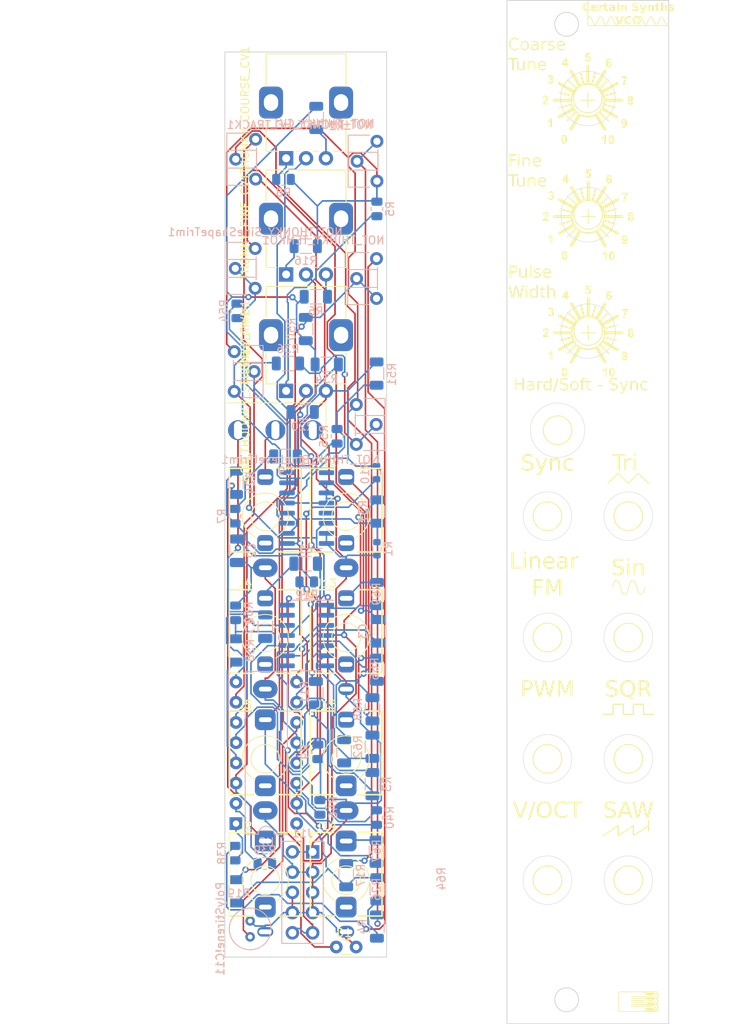
<source format=kicad_pcb>
(kicad_pcb (version 20221018) (generator pcbnew)
  (layers (0 "F.Cu" signal) (31 "B.Cu" signal) (34 "B.Paste" user) (35 "F.Paste" user) (36 "B.SilkS" user "B.Silkscreen") (37 "F.SilkS" user "F.Silkscreen") (38 "B.Mask" user) (39 "F.Mask" user) (44 "Edge.Cuts" user))
  (net 0 "")
  (net 1 "Net-(C1-Pad1)")
  (net 2 "Net-(C1-Pad2)")
  (net 3 "GND")
  (net 4 "Net-(C2-Pad2)")
  (net 5 "Net-(U2-VSSI)")
  (net 6 "Net-(U2-VHSI)")
  (net 7 "Net-(C9-Pad1)")
  (net 8 "Net-(U2-CAP)")
  (net 9 "Net-(D1-A)")
  (net 10 "Net-(J2-PadR)")
  (net 11 "-15V")
  (net 12 "+15V")
  (net 13 "Net-(J12-PadR)")
  (net 14 "Net-(J13-PadR)")
  (net 15 "Net-(J14-PadR)")
  (net 16 "Net-(J15-PadR)")
  (net 17 "Net-(R1-Pad2)")
  (net 18 "Net-(R3-Pad1)")
  (net 19 "Net-(U4A-+)")
  (net 20 "Net-(SW1-C)")
  (net 21 "Net-(R26-Pad1)")
  (net 22 "Net-(U2-VLFI)")
  (net 23 "Net-(U2-VFCI)")
  (net 24 "Net-(SW1-A)")
  (net 25 "Net-(SW1-B)")
  (net 26 "Net-(R36-Pad2)")
  (net 27 "Net-(J5-PadR)")
  (net 28 "Net-(U2-SCALE1)")
  (net 29 "Net-(U2-VEE)")
  (net 30 "Net-(U2-SCALE2)")
  (net 31 "Net-(U2-VPWM)")
  (net 32 "Net-(U2-VS)")
  (net 33 "Net-(U1A-+)")
  (net 34 "Net-(NOT+THINKY_CV1-Pad1)")
  (net 35 "Net-(NOT_THINKY_TEMKO1-Pad1)")
  (net 36 "Net-(U4B--)")
  (net 37 "Net-(NOT_THINK_SineLevelTrim1-Pad1)")
  (net 38 "Net-(U4C--)")
  (net 39 "Net-(U4D--)")
  (net 40 "Net-(U4A--)")
  (net 41 "Net-(U2-VHFT)")
  (net 45 "Net-(NOT_THONKY_HF_TRACK1-Pad2)")
  (net 46 "Net-(NOT_THONKY_SineShapeTrim1-Pad1)")
  (net 47 "Net-(NOT_THONKY_SineShapeTrim1-Pad2)")
  (net 48 "Net-(NOT_THOONKY_SineBiasTrim1-Pad2)")
  (net 49 "Net-(R2-Pad2)")
  (net 50 "Net-(R5-Pad1)")
  (net 51 "Net-(R6-Pad2)")
  (net 52 "Net-(R8-Pad1)")
  (net 53 "Net-(R16-Pad1)")
  (net 54 "Net-(R19-Pad1)")
  (net 55 "Net-(R20-Pad1)")
  (net 56 "Net-(U2-VP)")
  (net 57 "Net-(U2-VSO)")
  (net 58 "Net-(U2-VTO)")
  (footprint "AudioJacks:Jack_3.5mm_QingPu_WQP-PJ398SM_Vertical" (layer "F.Cu") (at 218.3238 120.52)
    (fp_text reference "Slot3" hide)
    (fp_text value "CV1" hide)
    (fp_circle (center 0 0) (end 3.05 0) (stroke (width 0.05)) (fill none) (layer "Edge.Cuts"))
  )
  (footprint "AudioJacks:Jack_3.5mm_QingPu_WQP-PJ398SM_Vertical" (layer "F.Cu") (at 218.3238 135.76)
    (fp_text reference "Slot9" hide)
    (fp_text value "CV1" hide)
    (fp_circle (center 0 0) (end 3.05 0) (stroke (width 0.05)) (fill none) (layer "Edge.Cuts"))
  )
  (footprint "AudioJacks:Jack_3.5mm_QingPu_WQP-PJ398SM_Vertical" (layer "F.Cu") (at 223.4438 66.802)
    (fp_text reference "SLOTMAN" hide)
    (fp_text value "CV1" hide)
    (fp_circle (center 0 0) (end 3.42 0) (stroke (width 0.05)) (fill none) (layer "Edge.Cuts"))
  )
  (footprint "AudioJacks:Jack_3.5mm_QingPu_WQP-PJ398SM_Vertical" (layer "F.Cu") (at 193.04 120.52)
    (fp_text reference "J15")
    (fp_text value "SQR OUT")
  )
  (footprint "AudioJacks:Jack_3.5mm_QingPu_WQP-PJ398SM_Vertical" (layer "F.Cu") (at 223.393 37.592)
    (fp_text reference "SLOTMAN" hide)
    (fp_text value "CV1" hide)
    (fp_circle (center 0 0) (end 3.42 0) (stroke (width 0.05)) (fill none) (layer "Edge.Cuts"))
  )
  (footprint "AudioJacks:Jack_3.5mm_QingPu_WQP-PJ398SM_Vertical" (layer "F.Cu") (at 182.88 90.04)
    (fp_text reference "J1")
    (fp_text value "Sync INput")
  )
  (footprint "LOGO" (layer "F.Cu") (at 231.648 27.813)
    (fp_text reference "G***" hide)
    (fp_text value "LOGO" hide)
  )
  (footprint "AudioJacks:Jack_3.5mm_QingPu_WQP-PJ398SM_Vertical" (layer "F.Cu") (at 182.88 120.52)
    (fp_text reference "J5")
    (fp_text value "PWM INput")
  )
  (footprint "Capacitor_THT:C_Disc_D3.0mm_W1.6mm_P2.50mm" (layer "F.Cu") (at 194.29 144.145 180)
    (fp_text reference "D1")
    (fp_text value "DIODE")
  )
  (footprint "AudioJacks:Jack_3.5mm_QingPu_WQP-PJ398SM_Vertical" (layer "F.Cu") (at 228.4838 90.04)
    (fp_text reference "Slot87" hide)
    (fp_text value "CV1" hide)
    (fp_circle (center 0 0) (end 3.05 0) (stroke (width 0.05)) (fill none) (layer "Edge.Cuts"))
  )
  (footprint "AudioJacks:Jack_3.5mm_QingPu_WQP-PJ398SM_Vertical" (layer "F.Cu") (at 228.4838 135.76)
    (fp_text reference "Slot10" hide)
    (fp_text value "CV1" hide)
    (fp_circle (center 0 0) (end 3.05 0) (stroke (width 0.05)) (fill none) (layer "Edge.Cuts"))
  )
  (footprint "AudioJacks:Jack_3.5mm_QingPu_WQP-PJ398SM_Vertical" (layer "F.Cu") (at 182.88 135.76)
    (fp_text reference "J2")
    (fp_text value "CV1")
  )
  (footprint "AudioJacks:Jack_3.5mm_QingPu_WQP-PJ398SM_Vertical" (layer "F.Cu") (at 193.04 90.04)
    (fp_text reference "J12")
    (fp_text value "TRI OUt")
  )
  (footprint "Potentiometer_THT:Potentiometer_Alps_RK09K_Single_Vertical" (layer "F.Cu") (at 185.5 59.69 90)
    (fp_text reference "THONKY_FINE_CV1")
    (fp_text value "100k Pot")
  )
  (footprint "AudioJacks:Jack_3.5mm_QingPu_WQP-PJ398SM_Vertical" (layer "F.Cu") (at 218.3238 105.28)
    (fp_text reference "Slot1" hide)
    (fp_text value "CV1" hide)
    (fp_circle (center 0 0) (end 3.05 0) (stroke (width 0.05)) (fill none) (layer "Edge.Cuts"))
  )
  (footprint "AAA MY Parts:Dailywell mini DWB1 SPDT" (layer "F.Cu") (at 179.45 79.248)
    (fp_text reference "SW1" hide)
    (fp_text value "SW_SPDT" hide)
  )
  (footprint "AudioJacks:Jack_3.5mm_QingPu_WQP-PJ398SM_Vertical" (layer "F.Cu") (at 193.04 105.28)
    (fp_text reference "J13")
    (fp_text value "SIN OUT")
  )
  (footprint "LOGO" (layer "F.Cu") (at 223.446332 67.006463)
    (fp_text reference "G***" hide)
    (fp_text value "LOGO" hide)
  )
  (footprint "AudioJacks:Jack_3.5mm_QingPu_WQP-PJ398SM_Vertical" (layer "F.Cu") (at 182.88 105.28)
    (fp_text reference "J4")
    (fp_text value "LinearFmINput")
  )
  (footprint "LOGO" (layer "F.Cu") (at 223.395532 37.796463)
    (fp_text reference "G***" hide)
    (fp_text value "LOGO" hide)
  )
  (footprint "Potentiometer_THT:Potentiometer_Alps_RK09K_Single_Vertical" (layer "F.Cu") (at 185.5 45.1 90)
    (fp_text reference "THONKY_COURSE_CV1")
    (fp_text value "100k Pot")
  )
  (footprint "Potentiometer_THT:Potentiometer_Alps_RK09K_Single_Vertical" (layer "F.Cu") (at 185.5 74.31 90)
    (fp_text reference "THONKY_PWM1")
    (fp_text value "100k Pot")
  )
  (footprint "AudioJacks:Jack_3.5mm_QingPu_WQP-PJ398SM_Vertical" (layer "F.Cu") (at 218.3238 90.04)
    (fp_text reference "Slot33" hide)
    (fp_text value "CV1" hide)
    (fp_circle (center 0 0) (end 3.05 0) (stroke (width 0.05)) (fill none) (layer "Edge.Cuts"))
  )
  (footprint "AudioJacks:Jack_3.5mm_QingPu_WQP-PJ398SM_Vertical" (layer "F.Cu") (at 193.04 135.76)
    (fp_text reference "J14")
    (fp_text value "SAW OUt")
  )
  (footprint "AudioJacks:Jack_3.5mm_QingPu_WQP-PJ398SM_Vertical" (layer "F.Cu") (at 228.4838 120.52)
    (fp_text reference "Slot4" hide)
    (fp_text value "CV1" hide)
    (fp_circle (center 0 0) (end 3.05 0) (stroke (width 0.05)) (fill none) (layer "Edge.Cuts"))
  )
  (footprint "LOGO" (layer "F.Cu") (at 223.446332 52.401463)
    (fp_text reference "G***" hide)
    (fp_text value "LOGO" hide)
  )
  (footprint "LOGO" (layer "F.Cu") (at 225.298 27.813)
    (fp_text reference "G***" hide)
    (fp_text value "LOGO" hide)
  )
  (footprint "AudioJacks:Jack_3.5mm_QingPu_WQP-PJ398SM_Vertical" (layer "F.Cu") (at 223.4438 52.197)
    (fp_text reference "SLOTMAN" hide)
    (fp_text value "CV1" hide)
    (fp_circle (center 0 0) (end 3.42 0) (stroke (width 0.05)) (fill none) (layer "Edge.Cuts"))
  )
  (footprint "LOGO" (layer "F.Cu") (at 229.743 151.003)
    (fp_text reference "G***" hide)
    (fp_text value "LOGO" hide)
  )
  (footprint "LOGO" (layer "F.Cu") (at 228.4838 99.06)
    (fp_text reference "G***" hide)
    (fp_text value "LOGO" hide)
  )
  (footprint "AudioJacks:Jack_3.5mm_QingPu_WQP-PJ398SM_Vertical" (layer "F.Cu") (at 219.5928 79.247)
    (fp_text reference "SLOTMAN" hide)
    (fp_text value "CV1" hide)
    (fp_circle (center 0 0) (end 3.42 0) (stroke (width 0.05)) (fill none) (layer "Edge.Cuts"))
  )
  (footprint "AudioJacks:Jack_3.5mm_QingPu_WQP-PJ398SM_Vertical" (layer "F.Cu") (at 228.4838 105.28)
    (fp_text reference "Slot2" hide)
    (fp_text value "CV1" hide)
    (fp_circle (center 0 0) (end 3.05 0) (stroke (width 0.05)) (fill none) (layer "Edge.Cuts"))
  )
  (footprint "Resistor_SMD:R_0805_2012Metric" (layer "B.Cu") (at 189.738 126.619 90)
    (fp_text reference "R46")
    (fp_text value "1.8k")
  )
  (footprint "Capacitor_SMD:C_1206_3216Metric" (layer "B.Cu") (at 187.96 96.012 180)
    (fp_text reference "C1")
    (fp_text value "100nf")
  )
  (footprint "Potentiometer_THT:Potentiometer_ACP_CA6-H2,5_Horizontal" (layer "B.Cu") (at 178.983 74.382)
    (fp_text reference "NOT_THOONKY_SineBiasTrim1")
    (fp_text value "100k Pot")
  )
  (footprint "Resistor_SMD:R_0805_2012Metric" (layer "B.Cu") (at 179.148 102.1842 90)
    (fp_text reference "R60")
    (fp_text value "47k")
  )
  (footprint "Potentiometer_THT:Potentiometer_ACP_CA6-H2,5_Horizontal" (layer "B.Cu") (at 181.665 42.712 180)
    (fp_text reference "NOT_THONKY_HF_TRACK1")
    (fp_text value "10k Pot")
  )
  (footprint "Resistor_SMD:R_1206_3216Metric" (layer "B.Cu") (at 196.9008 99.822 90)
    (fp_text reference "R69")
    (fp_text value "1k")
  )
  (footprint "Resistor_SMD:R_1206_3216Metric" (layer "B.Cu") (at 189.23 62.484)
    (fp_text reference "R6")
    (fp_text value "100k")
  )
  (footprint "Resistor_SMD:R_0805_2012Metric" (layer "B.Cu") (at 191.897 80.01 -90)
    (fp_text reference "R55")
    (fp_text value "470k")
  )
  (footprint "Resistor_SMD:R_1206_3216Metric" (layer "B.Cu") (at 190.6016 70.993)
    (fp_text reference "R34")
    (fp_text value "4.7k")
  )
  (footprint "Resistor_SMD:R_1206_3216Metric" (layer "B.Cu") (at 196.9008 141.5796 -90)
    (fp_text reference "R4")
    (fp_text value "100k")
  )
  (footprint "Resistor_SMD:R_1206_3216Metric" (layer "B.Cu") (at 179.148 106.9086 90)
    (fp_text reference "R58")
    (fp_text value "2k")
  )
  (footprint "Resistor_SMD:R_1206_3216Metric" (layer "B.Cu") (at 189.23 112.268 -90)
    (fp_text reference "R11")
    (fp_text value "1M")
  )
  (footprint "Resistor_SMD:R_1206_3216Metric" (layer "B.Cu") (at 196.9516 89.4588 -90)
    (fp_text reference "R37")
    (fp_text value "1M")
  )
  (footprint "Resistor_SMD:R_1206_3216Metric" (layer "B.Cu") (at 187.96 56.134)
    (fp_text reference "R16")
    (fp_text value "100k")
  )
  (footprint "Package_SO:SOIC-14_3.9x8.7mm_P1.27mm" (layer "B.Cu") (at 188.087 105.029 180)
    (fp_text reference "U4")
    (fp_text value "LM324")
  )
  (footprint "Resistor_SMD:R_0603_1608Metric" (layer "B.Cu") (at 196.85 84.582 -90)
    (fp_text reference "R10")
    (fp_text value "1.5M")
  )
  (footprint "Resistor_SMD:R_1206_3216Metric" (layer "B.Cu") (at 187.579 76.962)
    (fp_text reference "R20")
    (fp_text value "100k" hide)
  )
  (footprint "Resistor_SMD:R_1206_3216Metric" (layer "B.Cu") (at 196.85 132.1816 90)
    (fp_text reference "R67")
    (fp_text value "1k")
  )
  (footprint "Package_SO:SOIC-16_3.9x9.9mm_P1.27mm" (layer "B.Cu") (at 188.087 89.027 180)
    (fp_text reference "U1")
    (fp_text value "LM13700")
  )
  (footprint "Resistor_SMD:R_0805_2012Metric" (layer "B.Cu") (at 189.484 119.634 -90)
    (fp_text reference "R9")
    (fp_text value "47k")
  )
  (footprint "Resistor_SMD:R_1206_3216Metric" (layer "B.Cu") (at 196.9516 136.906 90)
    (fp_text reference "R26")
    (fp_text value "100k")
  )
  (footprint "Resistor_SMD:R_1206_3216Metric" (layer "B.Cu") (at 192.786 119.5685 90)
    (fp_text reference "R64")
    (fp_text value "100k")
  )
  (footprint "Resistor_SMD:R_1206_3216Metric" (layer "B.Cu") (at 179.2224 137.16 -90)
    (fp_text reference "R19")
    (fp_text value "1M")
  )
  (footprint "Resistor_SMD:R_1206_3216Metric" (layer "B.Cu") (at 196.342 123.698 90)
    (fp_text reference "R3")
    (fp_text value "1k")
  )
  (footprint "Potentiometer_THT:Potentiometer_ACP_CA6-H2,5_Horizontal" (layer "B.Cu") (at 194.31 81.026)
    (fp_text reference "NOT_THINK_SineLevelTrim1")
    (fp_text value "1M Pot")
  )
  (footprint "Resistor_SMD:R_0805_2012Metric" (layer "B.Cu") (at 179.324 64.262 -90)
    (fp_text reference "R54")
    (fp_text value "20k")
  )
  (footprint "Resistor_SMD:R_0805_2012Metric" (layer "B.Cu") (at 179.07 90.043 -90)
    (fp_text reference "R7")
    (fp_text value "470")
  )
  (footprint "Resistor_SMD:R_1206_3216Metric" (layer "B.Cu") (at 189.2808 40.0304 -90)
    (fp_text reference "R2")
    (fp_text value "10k")
  )
  (footprint "Resistor_SMD:R_0805_2012Metric" (layer "B.Cu") (at 185.166 47.752)
    (fp_text reference "R8")
    (fp_text value "47k")
  )
  (footprint "Potentiometer_THT:Potentiometer_ACP_CA6-H2,5_Horizontal" (layer "B.Cu") (at 181.61 56.428 180)
    (fp_text reference "NOT_THONKY_SineShapeTrim1")
    (fp_text value "100k Pot")
  )
  (footprint "Resistor_SMD:R_1206_3216Metric" (layer "B.Cu") (at 179.197 85.852 90)
    (fp_text reference "R24")
    (fp_text value "100k")
  )
  (footprint "Capacitor_SMD:C_1206_3216Metric" (layer "B.Cu") (at 179.324 94.3864 90)
    (fp_text reference "C2")
    (fp_text value "10nf")
  )
  (footprint "Resistor_SMD:R_1206_3216Metric" (layer "B.Cu") (at 193.04 135.128 90)
    (fp_text reference "R17")
    (fp_text value "1M")
  )
  (footprint "Resistor_SMD:R_0805_2012Metric" (layer "B.Cu") (at 188.087 98.298)
    (fp_text reference "R12")
    (fp_text value "470")
  )
  (footprint "Connector_PinHeader_2.54mm:PinHeader_2x05_P2.54mm_Vertical" (layer "B.Cu") (at 188.8236 132.207 180)
    (fp_text reference "J11")
    (fp_text value "Conn_02x05_Odd_Even")
  )
  (footprint "Capacitor_SMD:C_1206_3216Metric" (layer "B.Cu") (at 182.88 103.9132 -90)
    (fp_text reference "C7")
    (fp_text value "1nf")
  )
  (footprint "Resistor_SMD:R_1206_3216Metric" (layer "B.Cu") (at 196.85 72.136 -90)
    (fp_text reference "R51")
    (fp_text value "1k")
  )
  (footprint "Resistor_SMD:R_1206_3216Metric" (layer "B.Cu") (at 185.7248 70.866 180)
    (fp_text reference "R36")
    (fp_text value "100k")
  )
  (footprint "Package_DIP:DIP-16_W7.62mm" (layer "B.Cu") (at 179.197 128.651)
    (fp_text reference "U2")
    (fp_text value "AS3340")
  )
  (footprint "Resistor_SMD:R_0805_2012Metric" (layer "B.Cu") (at 196.85 127.889 90)
    (fp_text reference "R40")
    (fp_text value "47k")
  )
  (footprint "Resistor_SMD:R_0805_2012Metric" (layer "B.Cu") (at 196.9008 51.4604 90)
    (fp_text reference "R5")
    (fp_text value "20K")
  )
  (footprint "Potentiometer_THT:Potentiometer_ACP_CA6-H2,5_Horizontal" (layer "B.Cu") (at 196.905 42.966 180)
    (fp_text reference "NOT+THINKY_CV1")
    (fp_text value "100k TrimPot")
  )
  (footprint "Resistor_SMD:R_0805_2012Metric" (layer "B.Cu") (at 182.8292 133.6548 180)
    (fp_text reference "R39")
    (fp_text value "5.6k")
  )
  (footprint "Resistor_SMD:R_1206_3216Metric" (layer "B.Cu") (at 196.342 114.3 -90)
    (fp_text reference "R68")
    (fp_text value "1k")
  )
  (footprint "Resistor_SMD:R_0805_2012Metric" (layer "B.Cu") (at 179.07 132.3575 -90)
    (fp_text reference "R38")
    (fp_text value "24k")
  )
  (footprint "Capacitor_SMD:C_1206_3216Metric" (layer "B.Cu") (at 185.42 82.55)
    (fp_text reference "C9")
    (fp_text value "10nf")
  )
  (footprint "Resistor_SMD:R_1206_3216Metric" (layer "B.Cu") (at 196.342 118.999 -90)
    (fp_text reference "R62")
    (fp_text value "100k")
  )
  (footprint "Potentiometer_THT:Potentiometer_ACP_CA6-H2,5_Horizontal" (layer "B.Cu") (at 196.85 57.698 180)
    (fp_text reference "NOT_THINKY_TEMKO1")
    (fp_text value "10k Pot")
  )
  (footprint "Capacitor_SMD:C_1206_3216Metric" (layer "B.Cu") (at 197.0024 104.4956 -90)
    (fp_text reference "C3")
    (fp_text value "1nf")
  )
  (footprint "Resistor_SMD:R_1206_3216Metric" (layer "B.Cu") (at 196.9008 109.3216 90)
    (fp_text reference "R66")
    (fp_text value "1k")
  )
  (footprint "Resistor_SMD:R_0603_1608Metric" (layer "B.Cu") (at 196.9008 94.1324 90)
    (fp_text reference "R1")
    (fp_text value "130k")
  )
  (footprint "Resistor_SMD:R_1206_3216Metric" (layer "B.Cu") (at 187.96 66.548 -90)
    (fp_text reference "R50")
    (fp_text value "910")
  )
  (footprint "Capacitor_THT:C_Radial_D5.0mm_H5.0mm_P2.00mm" (layer "B.Cu") (at 180.975 140.875 -90)
    (fp_text reference "PolyStirene!C11")
    (fp_text value "1nf")
  )
  (gr_line (start 225.3088 130.175) (end 227.2138 128.905) (stroke (width 0.15)) (layer "F.SilkS"))
  (gr_line (start 227.2138 128.905) (end 227.2138 130.175) (stroke (width 0.15)) (layer "F.SilkS"))
  (gr_line (start 227.2138 84.6504) (end 228.4838 85.9204) (stroke (width 0.15)) (layer "F.SilkS"))
  (gr_line (start 229.7538 84.6504) (end 231.0238 85.9204) (stroke (width 0.15)) (layer "F.SilkS"))
  (gr_line (start 227.8488 113.665) (end 227.8488 114.935) (stroke (width 0.15)) (layer "F.SilkS"))
  (gr_line (start 227.2138 130.175) (end 229.1188 128.905) (stroke (width 0.15)) (layer "F.SilkS"))
  (gr_line (start 230.3888 113.665) (end 230.3888 114.935) (stroke (width 0.15)) (layer "F.SilkS"))
  (gr_line (start 230.3888 114.935) (end 231.6588 114.935) (stroke (width 0.15)) (layer "F.SilkS"))
  (gr_line (start 227.8488 114.935) (end 229.1188 114.935) (stroke (width 0.15)) (layer "F.SilkS"))
  (gr_line (start 231.0238 128.27) (end 231.0238 129.54) (stroke (width 0.15)) (layer "F.SilkS"))
  (gr_line (start 228.4838 85.9204) (end 229.7538 84.6504) (stroke (width 0.15)) (layer "F.SilkS"))
  (gr_line (start 229.1188 130.175) (end 231.0238 128.905) (stroke (width 0.15)) (layer "F.SilkS"))
  (gr_line (start 226.5788 113.665) (end 227.8488 113.665) (stroke (width 0.15)) (layer "F.SilkS"))
  (gr_line (start 229.1188 128.905) (end 229.1188 130.175) (stroke (width 0.15)) (layer "F.SilkS"))
  (gr_line (start 226.5788 114.935) (end 226.5788 113.665) (stroke (width 0.15)) (layer "F.SilkS"))
  (gr_line (start 225.3088 114.935) (end 226.5788 114.935) (stroke (width 0.15)) (layer "F.SilkS"))
  (gr_line (start 229.1188 113.665) (end 230.3888 113.665) (stroke (width 0.15)) (layer "F.SilkS"))
  (gr_line (start 233.553 28.448) (end 223.393 28.448) (stroke (width 0.1)) (layer "F.SilkS"))
  (gr_line (start 229.1188 114.935) (end 229.1188 113.665) (stroke (width 0.15)) (layer "F.SilkS"))
  (gr_line (start 225.9438 85.9204) (end 227.2138 84.6504) (stroke (width 0.15)) (layer "F.SilkS"))
  (gr_line (start 223.393 28.448) (end 223.393 25.273) (stroke (width 0.1)) (layer "F.SilkS"))
  (gr_line (start 213.233 25.273) (end 213.233 153.773) (stroke (width 0.1)) (layer "Edge.Cuts"))
  (gr_line (start 177.8 31.75) (end 177.8 145.415) (stroke (width 0.1)) (layer "Edge.Cuts"))
  (gr_line (start 198.12 31.75) (end 198.12 145.415) (stroke (width 0.1)) (layer "Edge.Cuts"))
  (gr_circle (center 220.733 28.273) (end 222.233 28.273) (stroke (width 0.1)) (fill none) (layer "Edge.Cuts"))
  (gr_line (start 213.233 25.273) (end 223.393 25.273) (stroke (width 0.1)) (layer "Edge.Cuts"))
  (gr_line (start 213.233 153.773) (end 233.553 153.773) (stroke (width 0.1)) (layer "Edge.Cuts"))
  (gr_line (start 223.393 25.273) (end 233.553 25.273) (stroke (width 0.1)) (layer "Edge.Cuts"))
  (gr_line (start 233.553 25.273) (end 233.553 153.773) (stroke (width 0.1)) (layer "Edge.Cuts"))
  (gr_circle (center 220.733 150.773) (end 222.233 150.773) (stroke (width 0.1)) (fill none) (layer "Edge.Cuts"))
  (gr_line (start 198.12 31.75) (end 177.8 31.75) (stroke (width 0.1)) (layer "Edge.Cuts"))
  (gr_line (start 198.12 145.415) (end 177.8 145.415) (stroke (width 0.1)) (layer "Edge.Cuts"))
  (gr_text "Sync\n" (at 218.3238 84.6504) (layer "F.SilkS") (effects (font (size 2 2)) (justify bottom)))
  (gr_text "Coarse\nTune" (at 213.36 34.29) (layer "F.SilkS") (effects (font (size 1.5 1.5)) (justify left bottom)))
  (gr_text "Hard/Soft - Sync" (at 214.0058 74.4904) (layer "F.SilkS") (effects (font (size 1.5 1.5)) (justify left bottom)))
  (gr_text "Certain Synths\nVCO" (at 228.473 28.448) (layer "F.SilkS") (effects (font (size 1 1) (thickness 0.125)) (justify bottom)))
  (gr_text "Linear \nFM" (at 218.3238 100.33) (layer "F.SilkS") (effects (font (size 2 2)) (justify bottom)))
  (gr_text "V/OCT\n" (at 218.3238 128.27) (layer "F.SilkS") (effects (font (size 2 2)) (justify bottom)))
  (gr_text "Fine\nTune" (at 213.36 48.895) (layer "F.SilkS") (effects (font (size 1.5 1.5)) (justify left bottom)))
  (gr_text "SQR\n" (at 228.4838 113.03) (layer "F.SilkS") (effects (font (size 2 2)) (justify bottom)))
  (gr_text "SAW\n" (at 228.4838 128.27) (layer "F.SilkS") (effects (font (size 2 2)) (justify bottom)))
  (gr_text "PWM" (at 218.3238 113.03) (layer "F.SilkS") (effects (font (size 2 2)) (justify bottom)))
  (gr_text "Sin" (at 228.4838 97.79) (layer "F.SilkS") (effects (font (size 2 2)) (justify bottom)))
  (gr_text "Pulse\nWidth" (at 213.36 62.865) (layer "F.SilkS") (effects (font (size 1.5 1.5)) (justify left bottom)))
  (gr_text "Tri " (at 228.4838 84.6504) (layer "F.SilkS") (effects (font (size 2 2)) (justify bottom)))
  (segment (start 188.5917 101.1031) (end 188.7731 101.2845) (width 0.2) (layer "F.Cu") (net 1))
  (segment (start 188.7731 101.2845) (end 188.7731 109.7034) (width 0.2) (layer "F.Cu") (net 1))
  (via (at 188.5917 101.1031) (size 0.8) (drill 0.4) (layers "F.Cu" "B.Cu") (net 1))
  (via (at 188.7731 109.7034) (size 0.8) (drill 0.4) (layers "F.Cu" "B.Cu") (net 1))
  (segment (start 189.435 96.012) (end 189.7948 96.3718) (width 0.2) (layer "B.Cu") (net 1))
  (segment (start 189.7948 99.9) (end 188.5917 101.1031) (width 0.2) (layer "B.Cu") (net 1))
  (segment (start 189.23 110.8055) (end 188.7731 110.3486) (width 0.2) (layer "B.Cu") (net 1))
  (segment (start 188.7731 110.3486) (end 188.7731 109.7034) (width 0.2) (layer "B.Cu") (net 1))
  (segment (start 189.7948 96.3718) (end 189.7948 99.9) (width 0.2) (layer "B.Cu") (net 1))
  (segment (start 186.485 96.012) (end 182.88 99.617) (width 0.2) (layer "B.Cu") (net 2))
  (segment (start 182.88 99.617) (end 182.88 100.36) (width 0.2) (layer "B.Cu") (net 2))
  (segment (start 186.2836 139.827) (end 186.2836 137.287) (width 0.2) (layer "F.Cu") (net 3))
  (segment (start 182.88 111.76) (end 182.88 110.3827) (width 0.2) (layer "F.Cu") (net 3))
  (segment (start 191.7857 87.844) (end 189.31 85.3683) (width 0.2) (layer "F.Cu") (net 3))
  (segment (start 188.8236 139.827) (end 188.8236 137.287) (width 0.2) (layer "F.Cu") (net 3))
  (segment (start 191.7857 87.844) (end 191.9646 87.844) (width 0.2) (layer "F.Cu") (net 3))
  (segment (start 187.3501 80.3136) (end 187.3501 78.538) (width 0.2) (layer "F.Cu") (net 3))
  (segment (start 182.88 110.3827) (end 183.1922 110.3827) (width 0.2) (layer "F.Cu") (net 3))
  (segment (start 191.7689 99.1684) (end 193.04 97.8973) (width 0.2) (layer "F.Cu") (net 3))
  (segment (start 181.665 47.712) (end 182.0885 47.712) (width 0.2) (layer "F.Cu") (net 3))
  (segment (start 192.6844 95.1427) (end 193.04 95.1427) (width 0.2) (layer "F.Cu") (net 3))
  (segment (start 188.8236 133.6697) (end 189.845 133.6697) (width 0.2) (layer "F.Cu") (net 3))
  (segment (start 193.04 96.52) (end 193.04 95.1427) (width 0.2) (layer "F.Cu") (net 3))
  (segment (start 191.7857 87.844) (end 191.7857 94.244) (width 0.2) (layer "F.Cu") (net 3))
  (segment (start 190.5 75.3881) (end 190.5 74.31) (width 0.2) (layer "F.Cu") (net 3))
  (segment (start 189.25 60.4194) (end 190.3425 61.5119) (width 0.2) (layer "F.Cu") (net 3))
  (segment (start 193.04 142.24) (end 193.04 143.2173) (width 0.2) (layer "F.Cu") (net 3))
  (segment (start 193.04 143.2173) (end 193.3623 143.2173) (width 0.2) (layer "F.Cu") (net 3))
  (segment (start 193.3623 143.2173) (end 194.29 144.145) (width 0.2) (layer "F.Cu") (net 3))
  (segment (start 184.1235 109.4514) (end 184.1235 99.1408) (width 0.2) (layer "F.Cu") (net 3))
  (segment (start 189.31 82.2735) (end 187.3501 80.3136) (width 0.2) (layer "F.Cu") (net 3))
  (segment (start 182.0885 47.712) (end 189.25 54.8735) (width 0.2) (layer "F.Cu") (net 3))
  (segment (start 191.1475 130.1954) (end 192.9656 128.3773) (width 0.2) (layer "F.Cu") (net 3))
  (segment (start 190.3425 61.5119) (end 190.3425 74.1525) (width 0.2) (layer "F.Cu") (net 3))
  (segment (start 182.88 96.52) (end 182.88 97.8973) (width 0.2) (layer "F.Cu") (net 3))
  (segment (start 190.3425 74.1525) (end 190.5 74.31) (width 0.2) (layer "F.Cu") (net 3))
  (segment (start 191.7857 94.244) (end 192.6844 95.1427) (width 0.2) (layer "F.Cu") (net 3))
  (segment (start 193.04 96.52) (end 193.04 97.8973) (width 0.2) (layer "F.Cu") (net 3))
  (segment (start 184.1235 99.1408) (end 182.88 97.8973) (width 0.2) (layer "F.Cu") (net 3))
  (segment (start 188.8236 134.747) (end 188.8236 133.6697) (width 0.2) (layer "F.Cu") (net 3))
  (segment (start 187.3501 78.538) (end 190.5 75.3881) (width 0.2) (layer "F.Cu") (net 3))
  (segment (start 192.9656 128.3773) (end 193.04 128.3773) (width 0.2) (layer "F.Cu") (net 3))
  (segment (start 189.31 85.3683) (end 189.31 82.2735) (width 0.2) (layer "F.Cu") (net 3))
  (segment (start 183.1922 110.3827) (end 184.1235 109.4514) (width 0.2) (layer "F.Cu") (net 3))
  (segment (start 193.04 111.76) (end 193.04 110.7827) (width 0.2) (layer "F.Cu") (net 3))
  (segment (start 191.1475 132.3672) (end 191.1475 130.1954) (width 0.2) (layer "F.Cu") (net 3))
  (segment (start 188.8236 137.287) (end 188.8236 134.747) (width 0.2) (layer "F.Cu") (net 3))
  (segment (start 191.7689 109.5116) (end 191.7689 99.1684) (width 0.2) (layer "F.Cu") (net 3))
  (segment (start 193.04 127) (end 193.04 128.3773) (width 0.2) (layer "F.Cu") (net 3))
  (segment (start 193.04 110.7827) (end 191.7689 109.5116) (width 0.2) (layer "F.Cu") (net 3))
  (segment (start 189.845 133.6697) (end 191.1475 132.3672) (width 0.2) (layer "F.Cu") (net 3))
  (segment (start 189.25 54.8735) (end 189.25 60.4194) (width 0.2) (layer "F.Cu") (net 3))
  (via (at 191.9646 87.844) (size 0.8) (drill 0.4) (layers "F.Cu" "B.Cu") (net 3))
  (segment (start 194.8462 114.5435) (end 194.8462 116.0407) (width 0.2) (layer "B.Cu") (net 3))
  (segment (start 188.2085 118.5857) (end 188.2085 121.1291) (width 0.2) (layer "B.Cu") (net 3))
  (segment (start 193.2135 74.31) (end 196.85 70.6735) (width 0.2) (layer "B.Cu") (net 3))
  (segment (start 182.88 111.76) (end 182.88 113.1373) (width 0.2) (layer "B.Cu") (net 3))
  (segment (start 193.04 142.24) (end 191.8127 142.24) (width 0.2) (layer "B.Cu") (net 3))
  (segment (start 186.2836 139.827) (end 185.2063 139.827) (width 0.2) (layer "B.Cu") (net 3))
  (segment (start 188.1657 76.2117) (end 190.0674 74.31) (width 0.2) (layer "B.Cu") (net 3))
  (segment (start 180.975 140.875) (end 181.6153 141.5153) (width 0.2) (layer "B.Cu") (net 3))
  (segment (start 189.8218 125.6227) (end 189.738 125.7065) (width 0.2) (layer "B.Cu") (net 3))
  (segment (start 190.0674 74.31) (end 190.5 74.31) (width 0.2) (layer "B.Cu") (net 3))
  (segment (start 187.242 122.0956) (end 186.4257 122.0956) (width 0.2) (layer "B.Cu") (net 3))
  (segment (start 183.8904 113.1373) (end 182.88 113.1373) (width 0.2) (layer "B.Cu") (net 3))
  (segment (start 193.04 125.6227) (end 189.8218 125.6227) (width 0.2) (layer "B.Cu") (net 3))
  (segment (start 193.04 111.76) (end 193.04 112.7373) (width 0.2) (layer "B.Cu") (net 3))
  (segment (start 186.817 117.4637) (end 185.1458 115.7925) (width 0.2) (layer "B.Cu") (net 3))
  (segment (start 180.4441 95.8614) (end 181.1027 96.52) (width 0.2) (layer "B.Cu") (net 3))
  (segment (start 190.562 88.392) (end 190.562 87.844) (width 0.2) (layer "B.Cu") (net 3))
  (segment (start 193.2253 94.9574) (end 193.04 95.1427) (width 0.2) (layer "B.Cu") (net 3))
  (segment (start 181.6153 141.5153) (end 182.88 141.5153) (width 0.2) (layer "B.Cu") (net 3))
  (segment (start 185.1458 114.3927) (end 183.8904 113.1373) (width 0.2) (layer "B.Cu") (net 3))
  (segment (start 193.04 96.52) (end 193.04 95.1427) (width 0.2) (layer "B.Cu") (net 3))
  (segment (start 194.8462 116.0407) (end 196.342 117.5365) (width 0.2) (layer "B.Cu") (net 3))
  (segment (start 191.9646 87.844) (end 190.562 87.844) (width 0.2) (layer "B.Cu") (net 3))
  (segment (start 188.8236 134.747) (end 186.2836 134.747) (width 0.2) (layer "B.Cu") (net 3))
  (segment (start 196.9008 94.9574) (end 193.2253 94.9574) (width 0.2) (layer "B.Cu") (net 3))
  (segment (start 182.88 142.24) (end 182.88 141.5153) (width 0.2) (layer "B.Cu") (net 3))
  (segment (start 190.562 87.844) (end 190.562 87.122) (width 0.2) (layer "B.Cu") (net 3))
  (segment (start 190.4621 118.2557) (end 190.187 117.9806) (width 0.2) (layer "B.Cu") (net 3))
  (segment (start 186.1897 133.6697) (end 185.1249 132.6049) (width 0.2) (layer "B.Cu") (net 3))
  (segment (start 186.2836 133.6697) (end 186.1897 133.6697) (width 0.2) (layer "B.Cu") (net 3))
  (segment (start 186.895 82.55) (end 186.895 78.5778) (width 0.2) (layer "B.Cu") (net 3))
  (segment (start 183.6206 141.4127) (end 182.88 141.4127) (width 0.2) (layer "B.Cu") (net 3))
  (segment (start 182.88 141.5153) (end 182.88 141.4127) (width 0.2) (layer "B.Cu") (net 3))
  (segment (start 190.562 93.472) (end 192.2327 95.1427) (width 0.2) (layer "B.Cu") (net 3))
  (segment (start 179.324 95.8614) (end 180.4441 95.8614) (width 0.2) (layer "B.Cu") (net 3))
  (segment (start 193.04 126.0935) (end 197.0618 126.0935) (width 0.2) (layer "B.Cu") (net 3))
  (segment (start 190.5 74.31) (end 193.2135 74.31) (width 0.2) (layer "B.Cu") (net 3))
  (segment (start 189.484 120.5465) (end 190.4621 119.5684) (width 0.2) (layer "B.Cu") (net 3))
  (segment (start 186.817 118.491) (end 186.817 119.5183) (width 0.2) (layer "B.Cu") (net 3))
  (segment (start 186.2836 139.827) (end 188.8236 139.827) (width 0.2) (layer "B.Cu") (net 3))
  (segment (start 186.4257 122.0956) (end 185.7738 121.4437) (width 0.2) (layer "B.Cu") (net 3))
  (segment (start 197.0618 126.0935) (end 197.4544 125.7009) (width 0.2) (layer "B.Cu") (net 3))
  (segment (start 188.1657 77.3071) (end 188.1657 76.2117) (width 0.2) (layer "B.Cu") (net 3))
  (segment (start 181.1027 99.317) (end 181.1027 96.52) (width 0.2) (layer "B.Cu") (net 3))
  (segment (start 190.562 88.392) (end 185.612 88.392) (width 0.2) (layer "B.Cu") (net 3))
  (segment (start 185.1249 130.5009) (end 183.0013 128.3773) (width 0.2) (layer "B.Cu") (net 3))
  (segment (start 179.148 101.2717) (end 181.1027 99.317) (width 0.2) (layer "B.Cu") (net 3))
  (segment (start 193.04 112.7373) (end 194.8462 114.5435) (width 0.2) (layer "B.Cu") (net 3))
  (segment (start 185.7738 120.5615) (end 186.817 119.5183) (width 0.2) (layer "B.Cu") (net 3))
  (segment (start 190.187 117.9806) (end 188.8136 117.9806) (width 0.2) (layer "B.Cu") (net 3))
  (segment (start 190.4621 119.5684) (end 190.4621 118.2557) (width 0.2) (layer "B.Cu") (net 3))
  (segment (start 185.1249 132.6049) (end 185.1249 130.5009) (width 0.2) (layer "B.Cu") (net 3))
  (segment (start 182.88 96.52) (end 181.1027 96.52) (width 0.2) (layer "B.Cu") (net 3))
  (segment (start 189.484 120.5465) (end 189.8218 120.8843) (width 0.2) (layer "B.Cu") (net 3))
  (segment (start 185.1458 115.7925) (end 185.1458 114.3927) (width 0.2) (layer "B.Cu") (net 3))
  (segment (start 182.88 127) (end 182.88 128.3773) (width 0.2) (layer "B.Cu") (net 3))
  (segment (start 190.562 92.202) (end 190.562 93.472) (width 0.2) (layer "B.Cu") (net 3))
  (segment (start 193.04 126.0935) (end 193.04 125.6227) (width 0.2) (layer "B.Cu") (net 3))
  (segment (start 186.895 78.5778) (end 188.1657 77.3071) (width 0.2) (layer "B.Cu") (net 3))
  (segment (start 189.9009 139.827) (end 191.8127 141.7388) (width 0.2) (layer "B.Cu") (net 3))
  (segment (start 186.817 118.491) (end 186.817 117.4637) (width 0.2) (layer "B.Cu") (net 3))
  (segment (start 193.04 127) (end 193.04 126.0935) (width 0.2) (layer "B.Cu") (net 3))
  (segment (start 192.2327 95.1427) (end 193.04 95.1427) (width 0.2) (layer "B.Cu") (net 3))
  (segment (start 185.7738 121.4437) (end 185.7738 120.5615) (width 0.2) (layer "B.Cu") (net 3))
  (segment (start 183.0013 128.3773) (end 182.88 128.3773) (width 0.2) (layer "B.Cu") (net 3))
  (segment (start 188.2085 121.1291) (end 187.242 122.0956) (width 0.2) (layer "B.Cu") (net 3))
  (segment (start 191.8127 141.7388) (end 191.8127 142.24) (width 0.2) (layer "B.Cu") (net 3))
  (segment (start 197.4544 118.6489) (end 196.342 117.5365) (width 0.2) (layer "B.Cu") (net 3))
  (segment (start 197.4544 125.7009) (end 197.4544 118.6489) (width 0.2) (layer "B.Cu") (net 3))
  (segment (start 189.8218 120.8843) (end 189.8218 125.6227) (width 0.2) (layer "B.Cu") (net 3))
  (segment (start 190.562 85.852) (end 190.562 87.122) (width 0.2) (layer "B.Cu") (net 3))
  (segment (start 188.8136 117.9806) (end 188.2085 118.5857) (width 0.2) (layer "B.Cu") (net 3))
  (segment (start 188.8236 139.827) (end 189.9009 139.827) (width 0.2) (layer "B.Cu") (net 3))
  (segment (start 186.2836 134.747) (end 186.2836 133.6697) (width 0.2) (layer "B.Cu") (net 3))
  (segment (start 185.2063 139.827) (end 183.6206 141.4127) (width 0.2) (layer "B.Cu") (net 3))
  (segment (start 187.4426 95.3036) (end 187.4426 96.7411) (width 0.2) (layer "B.Cu") (net 4))
  (segment (start 186.993 94.854) (end 187.4426 95.3036) (width 0.2) (layer "B.Cu") (net 4))
  (segment (start 185.1546 94.854) (end 186.993 94.854) (width 0.2) (layer "B.Cu") (net 4))
  (segment (start 181.4303 95.0177) (end 184.9909 95.0177) (width 0.2) (layer "B.Cu") (net 4))
  (segment (start 184.9909 95.0177) (end 185.1546 94.854) (width 0.2) (layer "B.Cu") (net 4))
  (segment (start 187.4426 96.7411) (end 188.9995 98.298) (width 0.2) (layer "B.Cu") (net 4))
  (segment (start 179.324 92.9114) (end 181.4303 95.0177) (width 0.2) (layer "B.Cu") (net 4))
  (segment (start 186.817 110.871) (end 186.817 109.8437) (width 0.2) (layer "F.Cu") (net 5))
  (segment (start 187.5081 109.1526) (end 187.5081 106.7235) (width 0.2) (layer "F.Cu") (net 5))
  (segment (start 186.817 109.8437) (end 187.5081 109.1526) (width 0.2) (layer "F.Cu") (net 5))
  (via (at 187.5081 106.7235) (size 0.8) (drill 0.4) (layers "F.Cu" "B.Cu") (net 5))
  (segment (start 187.5081 106.7235) (end 187.5081 106.5675) (width 0.2) (layer "B.Cu") (net 5))
  (segment (start 187.5081 106.5675) (end 189.7372 104.3384) (width 0.2) (layer "B.Cu") (net 5))
  (segment (start 189.7372 104.3384) (end 195.3702 104.3384) (width 0.2) (layer "B.Cu") (net 5))
  (segment (start 195.3702 104.3384) (end 197.0024 105.9706) (width 0.2) (layer "B.Cu") (net 5))
  (segment (start 179.197 114.9237) (end 180.5819 113.5388) (width 0.2) (layer "B.Cu") (net 6))
  (segment (start 180.5819 107.6863) (end 182.88 105.3882) (width 0.2) (layer "B.Cu") (net 6))
  (segment (start 179.197 115.951) (end 179.197 114.9237) (width 0.2) (layer "B.Cu") (net 6))
  (segment (start 180.5819 113.5388) (end 180.5819 107.6863) (width 0.2) (layer "B.Cu") (net 6))
  (segment (start 180.3491 85.5738) (end 180.3491 87.8514) (width 0.2) (layer "B.Cu") (net 7))
  (segment (start 183.945 82.55) (end 183.3729 82.55) (width 0.2) (layer "B.Cu") (net 7))
  (segment (start 183.3729 82.55) (end 180.3491 85.5738) (width 0.2) (layer "B.Cu") (net 7))
  (segment (start 180.3491 87.8514) (end 179.07 89.1305) (width 0.2) (layer "B.Cu") (net 7))
  (segment (start 180.1295 142.0295) (end 180.1295 138.2806) (width 0.2) (layer "F.Cu") (net 8))
  (segment (start 180.975 142.875) (end 180.1295 142.0295) (width 0.2) (layer "F.Cu") (net 8))
  (segment (start 186.817 115.951) (end 186.817 116.9783) (width 0.2) (layer "F.Cu") (net 8))
  (segment (start 180.1295 138.2806) (end 185.0505 133.3596) (width 0.2) (layer "F.Cu") (net 8))
  (segment (start 185.0505 118.7448) (end 186.817 116.9783) (width 0.2) (layer "F.Cu") (net 8))
  (segment (start 185.0505 133.3596) (end 185.0505 118.7448) (width 0.2) (layer "F.Cu") (net 8))
  (segment (start 185.4321 119.7136) (end 185.6919 119.4538) (width 0.2) (layer "F.Cu") (net 9))
  (segment (start 185.4321 129.593) (end 185.4321 119.7136) (width 0.2) (layer "F.Cu") (net 9))
  (segment (start 189.078 144.145) (end 187.361 142.428) (width 0.2) (layer "F.Cu") (net 9))
  (segment (start 187.361 142.428) (end 187.361 131.5219) (width 0.2) (layer "F.Cu") (net 9))
  (segment (start 187.361 131.5219) (end 185.4321 129.593) (width 0.2) (layer "F.Cu") (net 9))
  (segment (start 191.79 144.145) (end 189.078 144.145) (width 0.2) (layer "F.Cu") (net 9))
  (via (at 185.6919 119.4538) (size 0.8) (drill 0.4) (layers "F.Cu" "B.Cu") (net 9))
  (segment (start 181.0819 112.3152) (end 181.0819 108.4268) (width 0.2) (layer "B.Cu") (net 9))
  (segment (start 184.0482 104.8986) (end 184.0482 106.299) (width 0.2) (layer "B.Cu") (net 9))
  (segment (start 182.3613 113.5946) (end 181.0819 112.3152) (width 0.2) (layer "B.Cu") (net 9))
  (segment (start 179.148 104.5406) (end 179.148 103.0967) (width 0.2) (layer "B.Cu") (net 9))
  (segment (start 179.148 105.4461) (end 179.148 104.5406) (width 0.2) (layer "B.Cu") (net 9))
  (segment (start 185.6919 119.4538) (end 184.8185 118.5804) (width 0.2) (layer "B.Cu") (net 9))
  (segment (start 184.0482 106.299) (end 185.612 106.299) (width 0.2) (layer "B.Cu") (net 9))
  (segment (start 183.8849 113.5946) (end 182.3613 113.5946) (width 0.2) (layer "B.Cu") (net 9))
  (segment (start 184.8185 114.5282) (end 183.8849 113.5946) (width 0.2) (layer "B.Cu") (net 9))
  (segment (start 179.148 104.5406) (end 183.6902 104.5406) (width 0.2) (layer "B.Cu") (net 9))
  (segment (start 183.6902 104.5406) (end 184.0482 104.8986) (width 0.2) (layer "B.Cu") (net 9))
  (segment (start 184.8185 118.5804) (end 184.8185 114.5282) (width 0.2) (layer "B.Cu") (net 9))
  (segment (start 181.0819 108.4268) (end 183.2097 106.299) (width 0.2) (layer "B.Cu") (net 9))
  (segment (start 183.2097 106.299) (end 184.0482 106.299) (width 0.2) (layer "B.Cu") (net 9))
  (segment (start 178.9674 124.841) (end 178.1587 124.0323) (width 0.2) (layer "F.Cu") (net 10))
  (segment (start 182.88 130.84) (end 181.019 128.979) (width 0.2) (layer "F.Cu") (net 10))
  (segment (start 181.019 128.979) (end 181.019 126.4212) (width 0.2) (layer "F.Cu") (net 10))
  (segment (start 179.4388 124.841) (end 178.9674 124.841) (width 0.2) (layer "F.Cu") (net 10))
  (segment (start 181.019 126.4212) (end 179.4388 124.841) (width 0.2) (layer "F.Cu") (net 10))
  (segment (start 178.1587 124.0323) (end 178.1587 86.7272) (width 0.2) (layer "F.Cu") (net 10))
  (segment (start 178.1587 86.7272) (end 178.6649 86.221) (width 0.2) (layer "F.Cu") (net 10))
  (via (at 178.6649 86.221) (size 0.8) (drill 0.4) (layers "F.Cu" "B.Cu") (net 10))
  (segment (start 178.6649 86.7824) (end 178.6649 86.221) (width 0.2) (layer "B.Cu") (net 10))
  (segment (start 179.197 87.3145) (end 178.6649 86.7824) (width 0.2) (layer "B.Cu") (net 10))
  (segment (start 180.7586 62.5274) (end 186.2647 62.5274) (width 0.2) (layer "F.Cu") (net 11))
  (segment (start 186.2647 62.5274) (end 186.2891 62.5518) (width 0.2) (layer "F.Cu") (net 11))
  (segment (start 178.983 74.382) (end 180.9649 76.3639) (width 0.2) (layer "F.Cu") (net 11))
  (segment (start 188.8236 132.207) (end 188.8236 131.1297) (width 0.2) (layer "F.Cu") (net 11))
  (segment (start 190.7306 100.2328) (end 190.7306 129.2227) (width 0.2) (layer "F.Cu") (net 11))
  (segment (start 180.9649 88.8659) (end 180.8369 88.9939) (width 0.2) (layer "F.Cu") (net 11))
  (segment (start 180.9649 76.3639) (end 180.9649 88.8659) (width 0.2) (layer "F.Cu") (net 11))
  (segment (start 190.7306 129.2227) (end 188.8236 131.1297) (width 0.2) (layer "F.Cu") (net 11))
  (via (at 190.7306 100.2328) (size 0.8) (drill 0.4) (layers "F.Cu" "B.Cu") (net 11))
  (via (at 180.7586 62.5274) (size 0.8) (drill 0.4) (layers "F.Cu" "B.Cu") (net 11))
  (via (at 186.2891 62.5518) (size 0.8) (drill 0.4) (layers "F.Cu" "B.Cu") (net 11))
  (via (at 180.8369 88.9939) (size 0.8) (drill 0.4) (layers "F.Cu" "B.Cu") (net 11))
  (segment (start 190.2421 100.0294) (end 190.5272 100.0294) (width 0.2) (layer "B.Cu") (net 11))
  (segment (start 180.0205 68.857) (end 180.0205 70.092) (width 0.2) (layer "B.Cu") (net 11))
  (segment (start 190.2518 90.932) (end 190.562 90.932) (width 0.2) (layer "B.Cu") (net 11))
  (segment (start 187.7675 62.484) (end 186.9944 63.2571) (width 0.2) (layer "B.Cu") (net 11))
  (segment (start 178.983 71.1295) (end 178.983 74.382) (width 0.2) (layer "B.Cu") (net 11))
  (segment (start 186.8116 66.8621) (end 187.96 68.0105) (width 0.2) (layer "B.Cu") (net 11))
  (segment (start 178.0374 49.8113) (end 178.0374 61.8502) (width 0.2) (layer "B.Cu") (net 11))
  (segment (start 189.1391 69.1896) (end 189.1391 70.993) (width 0.2) (layer "B.Cu") (net 11))
  (segment (start 189.2286 101.6925) (end 189.2286 101.0429) (width 0.2) (layer "B.Cu") (net 11))
  (segment (start 186.2836 132.207) (end 188.8236 132.207) (width 0.2) (layer "B.Cu") (net 11))
  (segment (start 186.9944 63.2571) (end 186.8116 63.4399) (width 0.2) (layer "B.Cu") (net 11))
  (segment (start 178.048 66.8845) (end 180.0205 68.857) (width 0.2) (layer "B.Cu") (net 11))
  (segment (start 190.5272 100.0294) (end 190.7306 100.2328) (width 0.2) (layer "B.Cu") (net 11))
  (segment (start 180.0205 70.092) (end 178.983 71.1295) (width 0.2) (layer "B.Cu") (net 11))
  (segment (start 180.7586 62.5274) (end 178.7146 62.5274) (width 0.2) (layer "B.Cu") (net 11))
  (segment (start 178.0374 61.8502) (end 178.7146 62.5274) (width 0.2) (layer "B.Cu") (net 11))
  (segment (start 189.3354 92.7693) (end 184.6123 92.7693) (width 0.2) (layer "B.Cu") (net 11))
  (segment (start 186.8116 63.4399) (end 186.8116 66.8621) (width 0.2) (layer "B.Cu") (net 11))
  (segment (start 189.2286 101.0429) (end 190.2421 100.0294) (width 0.2) (layer "B.Cu") (net 11))
  (segment (start 185.612 105.029) (end 185.8921 105.029) (width 0.2) (layer "B.Cu") (net 11))
  (segment (start 186.9944 63.2571) (end 186.2891 62.5518) (width 0.2) (layer "B.Cu") (net 11))
  (segment (start 178.7146 62.5274) (end 178.048 63.194) (width 0.2) (layer "B.Cu") (net 11))
  (segment (start 189.3354 92.7693) (end 189.3354 91.8484) (width 0.2) (layer "B.Cu") (net 11))
  (segment (start 189.3354 93.993) (end 189.3354 92.7693) (width 0.2) (layer "B.Cu") (net 11))
  (segment (start 184.6123 92.7693) (end 180.8369 88.9939) (width 0.2) (layer "B.Cu") (net 11))
  (segment (start 190.2421 100.0294) (end 190.2421 94.8997) (width 0.2) (layer "B.Cu") (net 11))
  (segment (start 187.96 68.0105) (end 189.1391 69.1896) (width 0.2) (layer "B.Cu") (net 11))
  (segment (start 189.2808 38.5679) (end 178.0374 49.8113) (width 0.2) (layer "B.Cu") (net 11))
  (segment (start 190.2421 94.8997) (end 189.3354 93.993) (width 0.2) (layer "B.Cu") (net 11))
  (segment (start 189.3354 91.8484) (end 190.2518 90.932) (width 0.2) (layer "B.Cu") (net 11))
  (segment (start 185.8921 105.029) (end 189.2286 101.6925) (width 0.2) (layer "B.Cu") (net 11))
  (segment (start 178.048 63.194) (end 178.048 66.8845) (width 0.2) (layer "B.Cu") (net 11))
  (segment (start 194.8437 90.4392) (end 194.5785 90.174) (width 0.2) (layer "F.Cu") (net 12))
  (segment (start 187.6884 140.2661) (end 188.712 141.2897) (width 0.2) (layer "F.Cu") (net 12))
  (segment (start 193.307 57.6236) (end 194.1677 56.7629) (width 0.2) (layer "F.Cu") (net 12))
  (segment (start 194.1677 46.9759) (end 193.3067 46.1149) (width 0.2) (layer "F.Cu") (net 12))
  (segment (start 193.307 62.1319) (end 193.307 57.6236) (width 0.2) (layer "F.Cu") (net 12))
  (segment (start 194.31 76.026) (end 194.4815 75.8545) (width 0.2) (layer "F.Cu") (net 12))
  (segment (start 191.2522 129.3032) (end 191.2522 115.3561) (width 0.2) (layer "F.Cu") (net 12))
  (segment (start 193.3067 45.0185) (end 189.6275 41.3393) (width 0.2) (layer "F.Cu") (net 12))
  (segment (start 194.2746 112.3337) (end 194.2746 106.4558) (width 0.2) (layer "F.Cu") (net 12))
  (segment (start 194.8437 101.0937) (end 194.8437 90.4392) (width 0.2) (layer "F.Cu") (net 12))
  (segment (start 187.6884 133.3133) (end 187.6884 140.2661) (width 0.2) (layer "F.Cu") (net 12))
  (segment (start 178.0374 44.3479) (end 178.0374 68.4364) (width 0.2) (layer "F.Cu") (net 12))
  (segment (start 188.712 141.2897) (end 188.8236 141.2897) (width 0.2) (layer "F.Cu") (net 12))
  (segment (start 187.6884 133.3133) (end 189.7386 133.3133) (width 0.2) (layer "F.Cu") (net 12))
  (segment (start 194.2746 106.4558) (end 192.7846 104.9658) (width 0.2) (layer "F.Cu") (net 12))
  (segment (start 193.9115 44.4137) (end 194.8521 44.4137) (width 0.2) (layer "F.Cu") (net 12))
  (segment (start 194.1677 56.7629) (end 194.1677 46.9759) (width 0.2) (layer "F.Cu") (net 12))
  (segment (start 186.817 129.6783) (end 187.6884 130.5497) (width 0.2) (layer "F.Cu") (net 12))
  (segment (start 189.991 130.5644) (end 191.2522 129.3032) (width 0.2) (layer "F.Cu") (net 12))
  (segment (start 191.2522 115.3561) (end 194.2746 112.3337) (width 0.2) (layer "F.Cu") (net 12))
  (segment (start 186.817 128.651) (end 186.817 129.6783) (width 0.2) (layer "F.Cu") (net 12))
  (segment (start 192.7846 104.9658) (end 192.7846 103.1528) (width 0.2) (layer "F.Cu") (net 12))
  (segment (start 193.3067 46.1149) (end 193.3067 45.0185) (width 0.2) (layer "F.Cu") (net 12))
  (segment (start 189.7386 133.3133) (end 189.991 133.0609) (width 0.2) (layer "F.Cu") (net 12))
  (segment (start 194.4815 75.8545) (end 194.4815 63.3064) (width 0.2) (layer "F.Cu") (net 12))
  (segment (start 192.7846 103.1528) (end 194.8437 101.0937) (width 0.2) (layer "F.Cu") (net 12))
  (segment (start 189.991 133.0609) (end 189.991 130.5644) (width 0.2) (layer "F.Cu") (net 12))
  (segment (start 193.3067 45.0185) (end 193.9115 44.4137) (width 0.2) (layer "F.Cu") (net 12))
  (segment (start 188.8236 142.367) (end 188.8236 141.2897) (width 0.2) (layer "F.Cu") (net 12))
  (segment (start 196.905 46.4666) (end 196.905 47.966) (width 0.2) (layer "F.Cu") (net 12))
  (segment (start 178.0374 68.4364) (end 178.983 69.382) (width 0.2) (layer "F.Cu") (net 12))
  (segment (start 187.6884 130.5497) (end 187.6884 133.3133) (width 0.2) (layer "F.Cu") (net 12))
  (segment (start 194.8521 44.4137) (end 196.905 46.4666) (width 0.2) (layer "F.Cu") (net 12))
  (segment (start 194.4815 63.3064) (end 193.307 62.1319) (width 0.2) (layer "F.Cu") (net 12))
  (segment (start 181.046 41.3393) (end 178.0374 44.3479) (width 0.2) (layer "F.Cu") (net 12))
  (segment (start 189.6275 41.3393) (end 181.046 41.3393) (width 0.2) (layer "F.Cu") (net 12))
  (via (at 194.5785 90.174) (size 0.8) (drill 0.4) (layers "F.Cu" "B.Cu") (net 12))
  (via (at 192.7846 104.9658) (size 0.8) (drill 0.4) (layers "F.Cu" "B.Cu") (net 12))
  (segment (start 190.0663 50.4522) (end 189.4225 51.096) (width 0.2) (layer "B.Cu") (net 12))
  (segment (start 186.2836 142.367) (end 186.2836 141.8283) (width 0.2) (layer "B.Cu") (net 12))
  (segment (start 197.5532 84.4602) (end 196.85 83.757) (width 0.2) (layer "B.Cu") (net 12))
  (segment (start 196.9516 87.9963) (end 197.5532 87.3947) (width 0.2) (layer "B.Cu") (net 12))
  (segment (start 192.7846 104.9658) (end 190.6252 104.9658) (width 0.2) (layer "B.Cu") (net 12))
  (segment (start 197.5532 87.3947) (end 197.5532 84.4602) (width 0.2) (layer "B.Cu") (net 12))
  (segment (start 190.6252 104.9658) (end 190.562 105.029) (width 0.2) (layer "B.Cu") (net 12))
  (segment (start 194.7739 90.174) (end 194.5785 90.174) (width 0.2) (layer "B.Cu") (net 12))
  (segment (start 196.9516 87.9963) (end 194.7739 90.174) (width 0.2) (layer "B.Cu") (net 12))
  (segment (start 184.3611 88.0505) (end 184.3611 89.9207) (width 0.2) (layer "B.Cu") (net 12))
  (segment (start 194.2466 83.757) (end 193.2628 82.7732) (width 0.2) (layer "B.Cu") (net 12))
  (segment (start 188.8236 142.367) (end 187.7463 142.367) (width 0.2) (layer "B.Cu") (net 12))
  (segment (start 186.2836 141.8283) (end 187.2076 141.8283) (width 0.2) (layer "B.Cu") (net 12))
  (segment (start 185.3724 90.932) (end 185.612 90.932) (width 0.2) (layer "B.Cu") (net 12))
  (segment (start 189.4225 51.096) (end 186.0785 47.752) (width 0.2) (layer "B.Cu") (net 12))
  (segment (start 196.9008 50.4522) (end 196.9008 50.5479) (width 0.2) (layer "B.Cu") (net 12))
  (segment (start 188.087 85.5475) (end 188.087 86.2045) (width 0.2) (layer "B.Cu") (net 12))
  (segment (start 187.2076 141.8283) (end 187.7463 142.367) (width 0.2) (layer "B.Cu") (net 12))
  (segment (start 193.2628 82.7732) (end 193.2628 77.0732) (width 0.2) (layer "B.Cu") (net 12))
  (segment (start 184.6546 87.757) (end 184.3611 88.0505) (width 0.2) (layer "B.Cu") (net 12))
  (segment (start 193.2628 77.0732) (end 194.31 76.026) (width 0.2) (layer "B.Cu") (net 12))
  (segment (start 184.3611 89.9207) (end 185.3724 90.932) (width 0.2) (layer "B.Cu") (net 12))
  (segment (start 190.8613 82.7732) (end 188.087 85.5475) (width 0.2) (layer "B.Cu") (net 12))
  (segment (start 196.9008 47.9702) (end 196.9008 50.4522) (width 0.2) (layer "B.Cu") (net 12))
  (segment (start 189.4225 56.134) (end 189.4225 51.096) (width 0.2) (layer "B.Cu") (net 12))
  (segment (start 188.087 86.2045) (end 186.5345 87.757) (width 0.2) (layer "B.Cu") (net 12))
  (segment (start 196.905 47.966) (end 196.9008 47.9702) (width 0.2) (layer "B.Cu") (net 12))
  (segment (start 196.85 83.757) (end 194.2466 83.757) (width 0.2) (layer "B.Cu") (net 12))
  (segment (start 196.9008 50.4522) (end 190.0663 50.4522) (width 0.2) (layer "B.Cu") (net 12))
  (segment (start 193.2628 82.7732) (end 190.8613 82.7732) (width 0.2) (layer "B.Cu") (net 12))
  (segment (start 186.5345 87.757) (end 184.6546 87.757) (width 0.2) (layer "B.Cu") (net 12))
  (segment (start 195.8621 114.3712) (end 195.5995 114.6338) (width 0.2) (layer "F.Cu") (net 13))
  (segment (start 195.8621 87.9421) (end 195.8621 114.3712) (width 0.2) (layer "F.Cu") (net 13))
  (segment (start 193.04 85.12) (end 195.8621 87.9421) (width 0.2) (layer "F.Cu") (net 13))
  (via (at 195.5995 114.6338) (size 0.8) (drill 0.4) (layers "F.Cu" "B.Cu") (net 13))
  (segment (start 195.5995 115.02) (end 195.5995 114.6338) (width 0.2) (layer "B.Cu") (net 13))
  (segment (start 196.342 115.7625) (end 195.5995 115.02) (width 0.2) (layer "B.Cu") (net 13))
  (segment (start 195.0405 98.3595) (end 193.04 100.36) (width 0.2) (layer "B.Cu") (net 14))
  (segment (start 196.9008 98.3595) (end 195.0405 98.3595) (width 0.2) (layer "B.Cu") (net 14))
  (segment (start 193.1609 130.7191) (end 193.04 130.84) (width 0.2) (layer "B.Cu") (net 15))
  (segment (start 196.85 130.7191) (end 193.1609 130.7191) (width 0.2) (layer "B.Cu") (net 15))
  (segment (start 193.04 115.6) (end 194.6074 114.0326) (width 0.2) (layer "F.Cu") (net 16))
  (segment (start 194.6074 114.0326) (end 194.6074 108.1591) (width 0.2) (layer "F.Cu") (net 16))
  (segment (start 194.6074 108.1591) (end 194.9074 107.8591) (width 0.2) (layer "F.Cu") (net 16))
  (via (at 194.9074 107.8591) (size 0.8) (drill 0.4) (layers "F.Cu" "B.Cu") (net 16))
  (segment (start 196.9008 107.8591) (end 194.9074 107.8591) (width 0.2) (layer "B.Cu") (net 16))
  (segment (start 186.9907 90.395) (end 193.5869 90.395) (width 0.2) (layer "B.Cu") (net 17))
  (segment (start 186.8171 91.2574) (end 185.8725 92.202) (width 0.2) (layer "B.Cu") (net 17))
  (segment (start 185.612 89.662) (end 185.9105 89.662) (width 0.2) (layer "B.Cu") (net 17))
  (segment (start 196.9516 93.2566) (end 196.9516 90.9213) (width 0.2) (layer "B.Cu") (net 17))
  (segment (start 185.8725 92.202) (end 185.612 92.202) (width 0.2) (layer "B.Cu") (net 17))
  (segment (start 196.9008 93.3074) (end 196.9516 93.2566) (width 0.2) (layer "B.Cu") (net 17))
  (segment (start 186.8171 90.5686) (end 186.9907 90.395) (width 0.2) (layer "B.Cu") (net 17))
  (segment (start 185.9105 89.662) (end 186.8171 90.5686) (width 0.2) (layer "B.Cu") (net 17))
  (segment (start 186.8171 90.5686) (end 186.8171 91.2574) (width 0.2) (layer "B.Cu") (net 17))
  (segment (start 193.5869 90.395) (end 194.1132 90.9213) (width 0.2) (layer "B.Cu") (net 17))
  (segment (start 194.1132 90.9213) (end 196.9516 90.9213) (width 0.2) (layer "B.Cu") (net 17))
  (segment (start 188.1452 105.8143) (end 187.2285 104.8976) (width 0.2) (layer "F.Cu") (net 18))
  (segment (start 187.2285 104.8976) (end 187.2285 93.4464) (width 0.2) (layer "F.Cu") (net 18))
  (segment (start 188.1452 114.2325) (end 188.1452 105.8143) (width 0.2) (layer "F.Cu") (net 18))
  (segment (start 187.0228 93.2407) (end 187.0228 77.5629) (width 0.2) (layer "F.Cu") (net 18))
  (segment (start 187.2285 93.4464) (end 187.0228 93.2407) (width 0.2) (layer "F.Cu") (net 18))
  (segment (start 188.7703 114.8576) (end 188.1452 114.2325) (width 0.2) (layer "F.Cu") (net 18))
  (segment (start 187.0228 77.5629) (end 187.2699 77.3158) (width 0.2) (layer "F.Cu") (net 18))
  (via (at 188.7703 114.8576) (size 0.8) (drill 0.4) (layers "F.Cu" "B.Cu") (net 18))
  (via (at 187.2699 77.3158) (size 0.8) (drill 0.4) (layers "F.Cu" "B.Cu") (net 18))
  (via (at 187.2285 93.4464) (size 0.8) (drill 0.4) (layers "F.Cu" "B.Cu") (net 18))
  (segment (start 190.8244 116.9117) (end 188.7703 114.8576) (width 0.2) (layer "B.Cu") (net 18))
  (segment (start 196.342 125.1605) (end 196.342 124.6149) (width 0.2) (layer "B.Cu") (net 18))
  (segment (start 189.25 74.6644) (end 187.2699 76.6445) (width 0.2) (layer "B.Cu") (net 18))
  (segment (start 191.8454 122.3038) (end 190.8244 121.2828) (width 0.2) (layer "B.Cu") (net 18))
  (segment (start 194.0309 122.3038) (end 191.8454 122.3038) (width 0.2) (layer "B.Cu") (net 18))
  (segment (start 190.8244 121.2828) (end 190.8244 116.9117) (width 0.2) (layer "B.Cu") (net 18))
  (segment (start 196.342 124.6149) (end 194.0309 122.3038) (width 0.2) (layer "B.Cu") (net 18))
  (segment (start 189.25 73.8071) (end 189.25 74.6644) (width 0.2) (layer "B.Cu") (net 18))
  (segment (start 185.612 93.472) (end 187.2029 93.472) (width 0.2) (layer "B.Cu") (net 18))
  (segment (start 192.0641 70.993) (end 189.25 73.8071) (width 0.2) (layer "B.Cu") (net 18))
  (segment (start 187.2029 93.472) (end 187.2285 93.4464) (width 0.2) (layer "B.Cu") (net 18))
  (segment (start 187.2699 76.6445) (end 187.2699 77.3158) (width 0.2) (layer "B.Cu") (net 18))
  (segment (start 190.562 103.759) (end 189.5591 103.759) (width 0.2) (layer "B.Cu") (net 19))
  (segment (start 188.1014 113.2453) (end 188.4177 112.929) (width 0.2) (layer "B.Cu") (net 19))
  (segment (start 191.1561 121.0719) (end 192.0606 121.9764) (width 0.2) (layer "B.Cu") (net 19))
  (segment (start 189.5591 103.759) (end 186.8808 106.4373) (width 0.2) (layer "B.Cu") (net 19))
  (segment (start 184.5728 107.041) (end 184.409 107.2048) (width 0.2) (layer "B.Cu") (net 19))
  (segment (start 185.6659 113.7868) (end 186.3178 114.4387) (width 0.2) (layer "B.Cu") (net 19))
  (segment (start 184.409 109.9756) (end 185.6659 111.2325) (width 0.2) (layer "B.Cu") (net 19))
  (segment (start 186.3178 114.4387) (end 187.3024 114.4387) (width 0.2) (layer "B.Cu") (net 19))
  (segment (start 186.8808 106.4373) (end 186.8808 106.547) (width 0.2) (layer "B.Cu") (net 19))
  (segment (start 187.3024 114.4387) (end 188.1014 113.6397) (width 0.2) (layer "B.Cu") (net 19))
  (segment (start 184.409 107.2048) (end 184.409 109.9756) (width 0.2) (layer "B.Cu") (net 19))
  (segment (start 185.6659 111.2325) (end 185.6659 113.7868) (width 0.2) (layer "B.Cu") (net 19))
  (segment (start 191.1308 113.9761) (end 191.1308 116.7553) (width 0.2) (layer "B.Cu") (net 19))
  (segment (start 196.0829 121.9764) (end 196.342 122.2355) (width 0.2) (layer "B.Cu") (net 19))
  (segment (start 192.0606 121.9764) (end 196.0829 121.9764) (width 0.2) (layer "B.Cu") (net 19))
  (segment (start 186.8808 106.547) (end 186.3868 107.041) (width 0.2) (layer "B.Cu") (net 19))
  (segment (start 191.1561 116.7806) (end 191.1561 121.0719) (width 0.2) (layer "B.Cu") (net 19))
  (segment (start 190.0837 112.929) (end 191.1308 113.9761) (width 0.2) (layer "B.Cu") (net 19))
  (segment (start 188.4177 112.929) (end 190.0837 112.929) (width 0.2) (layer "B.Cu") (net 19))
  (segment (start 186.3868 107.041) (end 184.5728 107.041) (width 0.2) (layer "B.Cu") (net 19))
  (segment (start 188.1014 113.6397) (end 188.1014 113.2453) (width 0.2) (layer "B.Cu") (net 19))
  (segment (start 191.1308 116.7553) (end 191.1561 116.7806) (width 0.2) (layer "B.Cu") (net 19))
  (segment (start 190.8879 81.2859) (end 190.8879 85.4626) (width 0.2) (layer "F.Cu") (net 20))
  (segment (start 188.85 79.248) (end 190.8879 81.2859) (width 0.2) (layer "F.Cu") (net 20))
  (segment (start 190.8879 85.4626) (end 195.2075 89.7822) (width 0.2) (layer "F.Cu") (net 20))
  (segment (start 195.2075 101.6168) (end 194.9074 101.9169) (width 0.2) (layer "F.Cu") (net 20))
  (segment (start 195.2075 89.7822) (end 195.2075 101.6168) (width 0.2) (layer "F.Cu") (net 20))
  (via (at 194.9074 101.9169) (size 0.8) (drill 0.4) (layers "F.Cu" "B.Cu") (net 20))
  (segment (start 195.8987 101.9169) (end 194.9074 101.9169) (width 0.2) (layer "B.Cu") (net 20))
  (segment (start 197.0024 103.0206) (end 195.8987 101.9169) (width 0.2) (layer "B.Cu") (net 20))
  (segment (start 196.9008 143.0421) (end 196.9008 142.3684) (width 0.2) (layer "B.Cu") (net 21))
  (segment (start 195.7874 141.255) (end 195.7874 139.5327) (width 0.2) (layer "B.Cu") (net 21))
  (segment (start 195.7874 139.5327) (end 196.9516 138.3685) (width 0.2) (layer "B.Cu") (net 21))
  (segment (start 196.9008 142.3684) (end 195.7874 141.255) (width 0.2) (layer "B.Cu") (net 21))
  (segment (start 189.4393 117.895) (end 189.4393 100.5722) (width 0.2) (layer "F.Cu") (net 22))
  (segment (start 186.817 121.031) (end 186.817 120.0037) (width 0.2) (layer "F.Cu") (net 22))
  (segment (start 187.3306 120.0037) (end 189.4393 117.895) (width 0.2) (layer "F.Cu") (net 22))
  (segment (start 188.0288 99.1617) (end 188.0288 89.7437) (width 0.2) (layer "F.Cu") (net 22))
  (segment (start 188.0806 99.2135) (end 188.0288 99.1617) (width 0.2) (layer "F.Cu") (net 22))
  (segment (start 189.4393 100.5722) (end 188.0806 99.2135) (width 0.2) (layer "F.Cu") (net 22))
  (segment (start 186.817 120.0037) (end 187.3306 120.0037) (width 0.2) (layer "F.Cu") (net 22))
  (via (at 188.0288 89.7437) (size 0.8) (drill 0.4) (layers "F.Cu" "B.Cu") (net 22))
  (via (at 188.0806 99.2135) (size 0.8) (drill 0.4) (layers "F.Cu" "B.Cu") (net 22))
  (segment (start 196.85 85.407) (end 193.334 88.923) (width 0.2) (layer "B.Cu") (net 22))
  (segment (start 186.817 120.0037) (end 187.8443 118.9764) (width 0.2) (layer "B.Cu") (net 22))
  (segment (start 187.1745 98.298) (end 187.1745 98.3074) (width 0.2) (layer "B.Cu") (net 22))
  (segment (start 189.0091 113.7305) (end 189.23 113.7305) (width 0.2) (layer "B.Cu") (net 22))
  (segment (start 187.8443 114.8953) (end 189.0091 113.7305) (width 0.2) (layer "B.Cu") (net 22))
  (segment (start 187.1745 98.3074) (end 188.0806 99.2135) (width 0.2) (layer "B.Cu") (net 22))
  (segment (start 186.817 121.031) (end 186.817 120.0037) (width 0.2) (layer "B.Cu") (net 22))
  (segment (start 187.8443 118.9764) (end 187.8443 114.8953) (width 0.2) (layer "B.Cu") (net 22))
  (segment (start 193.334 88.923) (end 188.8495 88.923) (width 0.2) (layer "B.Cu") (net 22))
  (segment (start 188.8495 88.923) (end 188.0288 89.7437) (width 0.2) (layer "B.Cu") (net 22))
  (segment (start 189.7666 94.7514) (end 189.7666 122.1341) (width 0.2) (layer "F.Cu") (net 23))
  (segment (start 188.6821 93.6669) (end 189.7666 94.7514) (width 0.2) (layer "F.Cu") (net 23))
  (segment (start 189.7666 122.1341) (end 186.817 125.0837) (width 0.2) (layer "F.Cu") (net 23))
  (segment (start 188.6821 82.5676) (end 188.6398 82.5253) (width 0.2) (layer "F.Cu") (net 23))
  (segment (start 188.6821 93.6669) (end 188.6821 82.5676) (width 0.2) (layer "F.Cu") (net 23))
  (segment (start 186.817 126.111) (end 186.817 125.0837) (width 0.2) (layer "F.Cu") (net 23))
  (via (at 188.6821 93.6669) (size 0.8) (drill 0.4) (layers "F.Cu" "B.Cu") (net 23))
  (via (at 188.6398 82.5253) (size 0.8) (drill 0.4) (layers "F.Cu" "B.Cu") (net 23))
  (segment (start 190.1906 130.9747) (end 190.1906 132.5214) (width 0.2) (layer "B.Cu") (net 23))
  (segment (start 194.187 135.4435) (end 193.04 136.5905) (width 0.2) (layer "B.Cu") (net 23))
  (segment (start 180.4807 92.3662) (end 179.07 90.9555) (width 0.2) (layer "B.Cu") (net 23))
  (segment (start 178.0374 89.9229) (end 179.07 90.9555) (width 0.2) (layer "B.Cu") (net 23))
  (segment (start 187.3671 78.6364) (end 187.3671 81.2526) (width 0.2) (layer "B.Cu") (net 23))
  (segment (start 189.0415 76.962) (end 187.3671 78.6364) (width 0.2) (layer "B.Cu") (net 23))
  (segment (start 182.1137 94.6903) (end 180.4807 93.0573) (width 0.2) (layer "B.Cu") (net 23))
  (segment (start 196.9516 135.4435) (end 194.187 135.4435) (width 0.2) (layer "B.Cu") (net 23))
  (segment (start 188.6821 93.6669) (end 188.1632 94.1858) (width 0.2) (layer "B.Cu") (net 23))
  (segment (start 180.4807 93.0573) (end 180.4807 92.3662) (width 0.2) (layer "B.Cu") (net 23))
  (segment (start 178.0374 85.5491) (end 178.0374 89.9229) (width 0.2) (layer "B.Cu") (net 23))
  (segment (start 190.5179 132.8487) (end 190.5179 134.0684) (width 0.2) (layer "B.Cu") (net 23))
  (segment (start 190.1906 132.5214) (end 190.5179 132.8487) (width 0.2) (layer "B.Cu") (net 23))
  (segment (start 187.3671 81.2526) (end 188.6398 82.5253) (width 0.2) (layer "B.Cu") (net 23))
  (segment (start 181.82 136.0249) (end 179.2224 138.6225) (width 0.2) (layer "B.Cu") (net 23))
  (segment (start 193.04 136.5905) (end 190.775 134.3254) (width 0.2) (layer "B.Cu") (net 23))
  (segment (start 184.2452 94.1858) (end 183.7407 94.6903) (width 0.2) (layer "B.Cu") (net 23))
  (segment (start 188.1632 94.1858) (end 184.2452 94.1858) (width 0.2) (layer "B.Cu") (net 23))
  (segment (start 179.197 84.3895) (end 178.0374 85.5491) (width 0.2) (layer "B.Cu") (net 23))
  (segment (start 189.7806 130.5647) (end 190.1906 130.9747) (width 0.2) (layer "B.Cu") (net 23))
  (segment (start 189.0755 136.0249) (end 181.82 136.0249) (width 0.2) (layer "B.Cu") (net 23))
  (segment (start 186.817 126.111) (end 186.817 127.1383) (width 0.2) (layer "B.Cu") (net 23))
  (segment (start 183.7407 94.6903) (end 182.1137 94.6903) (width 0.2) (layer "B.Cu") (net 23))
  (segment (start 190.5179 134.0684) (end 190.775 134.3254) (width 0.2) (layer "B.Cu") (net 23))
  (segment (start 189.7806 130.1019) (end 189.7806 130.5647) (width 0.2) (layer "B.Cu") (net 23))
  (segment (start 190.775 134.3254) (end 189.0755 136.0249) (width 0.2) (layer "B.Cu") (net 23))
  (segment (start 186.817 127.1383) (end 189.7806 130.1019) (width 0.2) (layer "B.Cu") (net 23))
  (segment (start 179.45 79.248) (end 179.45 94.0253) (width 0.2) (layer "F.Cu") (net 24))
  (via (at 179.45 94.0253) (size 0.8) (drill 0.4) (layers "F.Cu" "B.Cu") (net 24))
  (segment (start 182.4702 102.0284) (end 178.4628 102.0284) (width 0.2) (layer "B.Cu") (net 24))
  (segment (start 178.1956 95.2797) (end 179.45 94.0253) (width 0.2) (layer "B.Cu") (net 24))
  (segment (start 178.4628 102.0284) (end 178.1956 101.7612) (width 0.2) (layer "B.Cu") (net 24))
  (segment (start 178.1956 101.7612) (end 178.1956 95.2797) (width 0.2) (layer "B.Cu") (net 24))
  (segment (start 182.88 102.4382) (end 182.4702 102.0284) (width 0.2) (layer "B.Cu") (net 24))
  (segment (start 184.15 79.248) (end 182.88 80.518) (width 0.2) (layer "F.Cu") (net 25))
  (segment (start 182.88 80.518) (end 182.88 85.12) (width 0.2) (layer "F.Cu") (net 25))
  (segment (start 181.081 70.7769) (end 184.1732 70.7769) (width 0.2) (layer "B.Cu") (net 26))
  (segment (start 185.6734 78.6822) (end 180.4274 73.4362) (width 0.2) (layer "B.Cu") (net 26))
  (segment (start 180.4274 71.4305) (end 181.081 70.7769) (width 0.2) (layer "B.Cu") (net 26))
  (segment (start 180.4274 73.4362) (end 180.4274 71.4305) (width 0.2) (layer "B.Cu") (net 26))
  (segment (start 184.1732 70.7769) (end 184.2623 70.866) (width 0.2) (layer "B.Cu") (net 26))
  (segment (start 185.6734 84.5206) (end 185.6734 78.6822) (width 0.2) (layer "B.Cu") (net 26))
  (segment (start 185.612 84.582) (end 185.6734 84.5206) (width 0.2) (layer "B.Cu") (net 26))
  (segment (start 184.6574 88.1123) (end 184.6574 113.8226) (width 0.2) (layer "F.Cu") (net 27))
  (segment (start 188 74.9956) (end 185.9695 77.0261) (width 0.2) (layer "F.Cu") (net 27))
  (segment (start 188 74.31) (end 188 74.9956) (width 0.2) (layer "F.Cu") (net 27))
  (segment (start 184.6574 113.8226) (end 182.88 115.6) (width 0.2) (layer "F.Cu") (net 27))
  (segment (start 185.9695 86.8002) (end 184.6574 88.1123) (width 0.2) (layer "F.Cu") (net 27))
  (segment (start 185.9695 77.0261) (end 185.9695 86.8002) (width 0.2) (layer "F.Cu") (net 27))
  (segment (start 182.88 121.1677) (end 182.88 115.6) (width 0.2) (layer "B.Cu") (net 27))
  (segment (start 189.0971 128.2853) (end 187.9616 127.1498) (width 0.2) (layer "B.Cu") (net 27))
  (segment (start 191.3626 128.8015) (end 190.8464 128.2853) (width 0.2) (layer "B.Cu") (net 27))
  (segment (start 196.85 128.8015) (end 191.3626 128.8015) (width 0.2) (layer "B.Cu") (net 27))
  (segment (start 187.9616 125.7427) (end 187.3025 125.0836) (width 0.2) (layer "B.Cu") (net 27))
  (segment (start 186.7959 125.0836) (end 182.88 121.1677) (width 0.2) (layer "B.Cu") (net 27))
  (segment (start 190.8464 128.2853) (end 189.0971 128.2853) (width 0.2) (layer "B.Cu") (net 27))
  (segment (start 187.9616 127.1498) (end 187.9616 125.7427) (width 0.2) (layer "B.Cu") (net 27))
  (segment (start 187.3025 125.0836) (end 186.7959 125.0836) (width 0.2) (layer "B.Cu") (net 27))
  (segment (start 180.0067 130.488) (end 180.0067 132.3333) (width 0.2) (layer "B.Cu") (net 28))
  (segment (start 180.0067 132.3333) (end 179.07 133.27) (width 0.2) (layer "B.Cu") (net 28))
  (segment (start 179.197 129.6783) (end 180.0067 130.488) (width 0.2) (layer "B.Cu") (net 28))
  (segment (start 179.197 128.651) (end 179.197 129.6783) (width 0.2) (layer "B.Cu") (net 28))
  (segment (start 186.6342 75.8986) (end 185.6422 76.8906) (width 0.2) (layer "F.Cu") (net 29))
  (segment (start 185.6422 86.5796) (end 180.5726 91.6492) (width 0.2) (layer "F.Cu") (net 29))
  (segment (start 185.6422 76.8906) (end 185.6422 86.5796) (width 0.2) (layer "F.Cu") (net 29))
  (segment (start 180.5726 91.6492) (end 180.5726 121.1681) (width 0.2) (layer "F.Cu") (net 29))
  (segment (start 180.5726 121.1681) (end 179.197 122.5437) (width 0.2) (layer "F.Cu") (net 29))
  (segment (start 179.197 123.571) (end 179.197 122.5437) (width 0.2) (layer "F.Cu") (net 29))
  (segment (start 187.4389 66.2379) (end 186.6342 67.0426) (width 0.2) (layer "F.Cu") (net 29))
  (segment (start 186.6342 67.0426) (end 186.6342 75.8986) (width 0.2) (layer "F.Cu") (net 29))
  (via (at 187.4389 66.2379) (size 0.8) (drill 0.4) (layers "F.Cu" "B.Cu") (net 29))
  (segment (start 187.96 65.7168) (end 187.96 65.0855) (width 0.2) (layer "B.Cu") (net 29))
  (segment (start 181.9302 132.4323) (end 182.5192 132.4323) (width 0.2) (layer "B.Cu") (net 29))
  (segment (start 179.197 123.571) (end 179.197 124.5983) (width 0.2) (layer "B.Cu") (net 29))
  (segment (start 181.0979 131.6) (end 181.9302 132.4323) (width 0.2) (layer "B.Cu") (net 29))
  (segment (start 182.5192 132.4323) (end 183.7417 133.6548) (width 0.2) (layer "B.Cu") (net 29))
  (segment (start 187.4389 66.2379) (end 187.96 65.7168) (width 0.2) (layer "B.Cu") (net 29))
  (segment (start 181.0979 126.4992) (end 181.0979 131.6) (width 0.2) (layer "B.Cu") (net 29))
  (segment (start 194.35 60.4922) (end 194.35 60.198) (width 0.2) (layer "B.Cu") (net 29))
  (segment (start 187.96 65.0855) (end 189.7567 65.0855) (width 0.2) (layer "B.Cu") (net 29))
  (segment (start 196.85 62.698) (end 194.6442 60.4922) (width 0.2) (layer "B.Cu") (net 29))
  (segment (start 179.197 124.5983) (end 181.0979 126.4992) (width 0.2) (layer "B.Cu") (net 29))
  (segment (start 189.7567 65.0855) (end 194.35 60.4922) (width 0.2) (layer "B.Cu") (net 29))
  (segment (start 194.6442 60.4922) (end 194.35 60.4922) (width 0.2) (layer "B.Cu") (net 29))
  (segment (start 179.6335 127.1383) (end 179.197 127.1383) (width 0.2) (layer "B.Cu") (net 30))
  (segment (start 180.3598 127.8646) (end 179.6335 127.1383) (width 0.2) (layer "B.Cu") (net 30))
  (segment (start 181.9167 133.6548) (end 180.3598 132.0979) (width 0.2) (layer "B.Cu") (net 30))
  (segment (start 180.3598 132.0979) (end 180.3598 127.8646) (width 0.2) (layer "B.Cu") (net 30))
  (segment (start 179.197 126.111) (end 179.197 127.1383) (width 0.2) (layer "B.Cu") (net 30))
  (segment (start 181.8857 114.0319) (end 183.8594 114.0319) (width 0.2) (layer "B.Cu") (net 31))
  (segment (start 188.7545 126.1678) (end 188.7545 123.9077) (width 0.2) (layer "B.Cu") (net 31))
  (segment (start 188.5359 119.6696) (end 189.484 118.7215) (width 0.2) (layer "B.Cu") (net 31))
  (segment (start 183.8594 114.0319) (end 184.4098 114.5823) (width 0.2) (layer "B.Cu") (net 31))
  (segment (start 192.0787 128.3942) (end 190.4193 126.7348) (width 0.2) (layer "B.Cu") (net 31))
  (segment (start 184.4098 114.5823) (end 184.4098 120.5642) (width 0.2) (layer "B.Cu") (net 31))
  (segment (start 195.4323 128.3942) (end 192.0787 128.3942) (width 0.2) (layer "B.Cu") (net 31))
  (segment (start 196.85 126.9765) (end 195.4323 128.3942) (width 0.2) (layer "B.Cu") (net 31))
  (segment (start 188.5359 121.2647) (end 188.5359 119.6696) (width 0.2) (layer "B.Cu") (net 31))
  (segment (start 186.3225 122.4769) (end 187.3237 122.4769) (width 0.2) (layer "B.Cu") (net 31))
  (segment (start 190.4193 126.7348) (end 189.3215 126.7348) (width 0.2) (layer "B.Cu") (net 31))
  (segment (start 188.7545 123.9077) (end 187.3237 122.4769) (width 0.2) (layer "B.Cu") (net 31))
  (segment (start 184.4098 120.5642) (end 186.3225 122.4769) (width 0.2) (layer "B.Cu") (net 31))
  (segment (start 179.197 118.491) (end 179.197 117.4637) (width 0.2) (layer "B.Cu") (net 31))
  (segment (start 189.3215 126.7348) (end 188.7545 126.1678) (width 0.2) (layer "B.Cu") (net 31))
  (segment (start 180.3598 115.5578) (end 181.8857 114.0319) (width 0.2) (layer "B.Cu") (net 31))
  (segment (start 187.3237 122.4769) (end 188.5359 121.2647) (width 0.2) (layer "B.Cu") (net 31))
  (segment (start 180.3598 116.3009) (end 180.3598 115.5578) (width 0.2) (layer "B.Cu") (net 31))
  (segment (start 179.197 117.4637) (end 180.3598 116.3009) (width 0.2) (layer "B.Cu") (net 31))
  (segment (start 186.817 123.571) (end 186.817 124.5983) (width 0.2) (layer "B.Cu") (net 32))
  (segment (start 188.289 126.1653) (end 188.289 125.5661) (width 0.2) (layer "B.Cu") (net 32))
  (segment (start 189.738 127.5315) (end 189.6552 127.5315) (width 0.2) (layer "B.Cu") (net 32))
  (segment (start 188.289 125.5661) (end 187.3212 124.5983) (width 0.2) (layer "B.Cu") (net 32))
  (segment (start 189.6552 127.5315) (end 188.289 126.1653) (width 0.2) (layer "B.Cu") (net 32))
  (segment (start 187.3212 124.5983) (end 186.817 124.5983) (width 0.2) (layer "B.Cu") (net 32))
  (segment (start 180.3478 70.3913) (end 180.3478 68.5581) (width 0.2) (layer "B.Cu") (net 33))
  (segment (start 186.8362 85.2841) (end 186.8362 86.1676) (width 0.2) (layer "B.Cu") (net 33))
  (segment (start 192.83 81.386) (end 192.092 82.124) (width 0.2) (layer "B.Cu") (net 33))
  (segment (start 192.83 80.0305) (end 192.83 81.386) (width 0.2) (layer "B.Cu") (net 33))
  (segment (start 180.0205 70.7186) (end 180.3478 70.3913) (width 0.2) (layer "B.Cu") (net 33))
  (segment (start 191.897 79.0975) (end 192.83 80.0305) (width 0.2) (layer "B.Cu") (net 33))
  (segment (start 186.8362 85.2841) (end 184.7837 85.2841) (width 0.2) (layer "B.Cu") (net 33))
  (segment (start 185.8818 87.122) (end 185.612 87.122) (width 0.2) (layer "B.Cu") (net 33))
  (segment (start 184.7569 83.7797) (end 184.7569 81.6829) (width 0.2) (layer "B.Cu") (net 33))
  (segment (start 184.3853 84.1513) (end 184.7569 83.7797) (width 0.2) (layer "B.Cu") (net 33))
  (segment (start 178.3754 66.5857) (end 178.3754 64.2981) (width 0.2) (layer "B.Cu") (net 33))
  (segment (start 184.0693 80.9953) (end 183.7758 80.9953) (width 0.2) (layer "B.Cu") (net 33))
  (segment (start 178.3754 64.2981) (end 179.324 63.3495) (width 0.2) (layer "B.Cu") (net 33))
  (segment (start 180.0205 77.24) (end 180.0205 70.7186) (width 0.2) (layer "B.Cu") (net 33))
  (segment (start 184.3853 84.8857) (end 184.3853 84.1513) (width 0.2) (layer "B.Cu") (net 33))
  (segment (start 191.897 79.0975) (end 191.897 76.972) (width 0.2) (layer "B.Cu") (net 33))
  (segment (start 184.7837 85.2841) (end 184.3853 84.8857) (width 0.2) (layer "B.Cu") (net 33))
  (segment (start 187.7197 85.2841) (end 186.8362 85.2841) (width 0.2) (layer "B.Cu") (net 33))
  (segment (start 186.8362 86.1676) (end 185.8818 87.122) (width 0.2) (layer "B.Cu") (net 33))
  (segment (start 184.7569 81.6829) (end 184.0693 80.9953) (width 0.2) (layer "B.Cu") (net 33))
  (segment (start 191.897 76.972) (end 195.2705 73.5985) (width 0.2) (layer "B.Cu") (net 33))
  (segment (start 192.092 82.124) (end 190.8798 82.124) (width 0.2) (layer "B.Cu") (net 33))
  (segment (start 195.2705 73.5985) (end 196.85 73.5985) (width 0.2) (layer "B.Cu") (net 33))
  (segment (start 183.7758 80.9953) (end 180.0205 77.24) (width 0.2) (layer "B.Cu") (net 33))
  (segment (start 190.8798 82.124) (end 187.7197 85.2841) (width 0.2) (layer "B.Cu") (net 33))
  (segment (start 180.3478 68.5581) (end 178.3754 66.5857) (width 0.2) (layer "B.Cu") (net 33))
  (segment (start 195.4658 79.2291) (end 195.4658 46.5268) (width 0.2) (layer "F.Cu") (net 34))
  (segment (start 195.4658 46.5268) (end 194.405 45.466) (width 0.2) (layer "F.Cu") (net 34))
  (segment (start 196.9771 141.2157) (end 196.9771 80.7404) (width 0.2) (layer "F.Cu") (net 34))
  (segment (start 196.9771 80.7404) (end 195.4658 79.2291) (width 0.2) (layer "F.Cu") (net 34))
  (via (at 196.9771 141.2157) (size 0.8) (drill 0.4) (layers "F.Cu" "B.Cu") (net 34))
  (segment (start 196.9008 140.1171) (end 196.9771 140.1934) (width 0.2) (layer "B.Cu") (net 34))
  (segment (start 194.405 45.466) (end 196.905 42.966) (width 0.2) (layer "B.Cu") (net 34))
  (segment (start 196.9771 140.1934) (end 196.9771 141.2157) (width 0.2) (layer "B.Cu") (net 34))
  (segment (start 195.7931 58.7549) (end 196.85 57.698) (width 0.2) (layer "F.Cu") (net 35))
  (segment (start 197.8826 76.5618) (end 195.7931 74.4723) (width 0.2) (layer "F.Cu") (net 35))
  (segment (start 197.22 141.894) (end 197.8826 141.2314) (width 0.2) (layer "F.Cu") (net 35))
  (segment (start 195.5393 141.894) (end 197.22 141.894) (width 0.2) (layer "F.Cu") (net 35))
  (segment (start 197.8826 141.2314) (end 197.8826 76.5618) (width 0.2) (layer "F.Cu") (net 35))
  (segment (start 195.7931 74.4723) (end 195.7931 58.7549) (width 0.2) (layer "F.Cu") (net 35))
  (via (at 195.5393 141.894) (size 0.8) (drill 0.4) (layers "F.Cu" "B.Cu") (net 35))
  (segment (start 178.3881 139.4799) (end 180.0032 139.4799) (width 0.2) (layer "B.Cu") (net 35))
  (segment (start 184.5716 137.5734) (end 185.671 138.6728) (width 0.2) (layer "B.Cu") (net 35))
  (segment (start 181.9097 137.5734) (end 184.5716 137.5734) (width 0.2) (layer "B.Cu") (net 35))
  (segment (start 189.9946 138.6728) (end 192.2402 140.9184) (width 0.2) (layer "B.Cu") (net 35))
  (segment (start 180.0032 139.4799) (end 181.9097 137.5734) (width 0.2) (layer "B.Cu") (net 35))
  (segment (start 185.671 138.6728) (end 189.9946 138.6728) (width 0.2) (layer "B.Cu") (net 35))
  (segment (start 178.0374 132.4776) (end 178.0374 139.1292) (width 0.2) (layer "B.Cu") (net 35))
  (segment (start 192.2402 140.9184) (end 194.5637 140.9184) (width 0.2) (layer "B.Cu") (net 35))
  (segment (start 178.0374 139.1292) (end 178.3881 139.4799) (width 0.2) (layer "B.Cu") (net 35))
  (segment (start 194.5637 140.9184) (end 195.5393 141.894) (width 0.2) (layer "B.Cu") (net 35))
  (segment (start 179.07 131.445) (end 178.0374 132.4776) (width 0.2) (layer "B.Cu") (net 35))
  (segment (start 191.4581 111.25) (end 191.4581 116.6198) (width 0.2) (layer "B.Cu") (net 36))
  (segment (start 191.4581 116.6198) (end 191.5405 116.7022) (width 0.2) (layer "B.Cu") (net 36))
  (segment (start 189.3151 108.5763) (end 189.3151 109.107) (width 0.2) (layer "B.Cu") (net 36))
  (segment (start 191.5405 118.6465) (end 193.3555 120.4615) (width 0.2) (layer "B.Cu") (net 36))
  (segment (start 190.3224 107.569) (end 189.3151 108.5763) (width 0.2) (layer "B.Cu") (net 36))
  (segment (start 190.562 107.569) (end 190.3224 107.569) (width 0.2) (layer "B.Cu") (net 36))
  (segment (start 196.342 120.4615) (end 193.3555 120.4615) (width 0.2) (layer "B.Cu") (net 36))
  (segment (start 189.3151 109.107) (end 191.4581 111.25) (width 0.2) (layer "B.Cu") (net 36))
  (segment (start 191.5405 116.7022) (end 191.5405 118.6465) (width 0.2) (layer "B.Cu") (net 36))
  (segment (start 193.3555 120.4615) (end 192.786 121.031) (width 0.2) (layer "B.Cu") (net 36))
  (segment (start 194.31 81.026) (end 192.8588 79.5748) (width 0.2) (layer "F.Cu") (net 37))
  (segment (start 192.8588 79.5748) (end 192.8588 72.2396) (width 0.2) (layer "F.Cu") (net 37))
  (via (at 192.8588 72.2396) (size 0.8) (drill 0.4) (layers "F.Cu" "B.Cu") (net 37))
  (segment (start 188.4177 72.0964) (end 189.6676 72.0964) (width 0.2) (layer "B.Cu") (net 37))
  (segment (start 191.5481 69.8604) (end 192.5936 69.8604) (width 0.2) (layer "B.Cu") (net 37))
  (segment (start 187.1873 70.866) (end 188.4177 72.0964) (width 0.2) (layer "B.Cu") (net 37))
  (segment (start 192.8588 70.1256) (end 192.8588 72.2396) (width 0.2) (layer "B.Cu") (net 37))
  (segment (start 189.6676 72.0964) (end 189.93 71.834) (width 0.2) (layer "B.Cu") (net 37))
  (segment (start 192.5936 69.8604) (end 192.8588 70.1256) (width 0.2) (layer "B.Cu") (net 37))
  (segment (start 189.93 71.834) (end 189.93 71.4785) (width 0.2) (layer "B.Cu") (net 37))
  (segment (start 196.81 78.526) (end 194.31 81.026) (width 0.2) (layer "B.Cu") (net 37))
  (segment (start 189.93 71.4785) (end 191.5481 69.8604) (width 0.2) (layer "B.Cu") (net 37))
  (segment (start 187.7183 107.569) (end 185.612 107.569) (width 0.2) (layer "B.Cu") (net 38))
  (segment (start 195.0891 108.9678) (end 194.2747 108.1534) (width 0.2) (layer "B.Cu") (net 38))
  (segment (start 194.2747 108.1534) (end 194.2747 107.8495) (width 0.2) (layer "B.Cu") (net 38))
  (segment (start 185.612 108.839) (end 185.612 107.569) (width 0.2) (layer "B.Cu") (net 38))
  (segment (start 196.9008 110.7841) (end 196.9008 110.5079) (width 0.2) (layer "B.Cu") (net 38))
  (segment (start 192.1779 105.7527) (end 189.5346 105.7527) (width 0.2) (layer "B.Cu") (net 38))
  (segment (start 196.9008 110.5079) (end 195.3607 108.9678) (width 0.2) (layer "B.Cu") (net 38))
  (segment (start 195.3607 108.9678) (end 195.0891 108.9678) (width 0.2) (layer "B.Cu") (net 38))
  (segment (start 194.2747 107.8495) (end 192.1779 105.7527) (width 0.2) (layer "B.Cu") (net 38))
  (segment (start 189.5346 105.7527) (end 187.7183 107.569) (width 0.2) (layer "B.Cu") (net 38))
  (segment (start 185.7351 100.5112) (end 185.7351 113.8341) (width 0.2) (layer "F.Cu") (net 39))
  (segment (start 187.1443 119.6764) (end 186.6096 119.6764) (width 0.2) (layer "F.Cu") (net 39))
  (segment (start 186.9797 114.6323) (end 187.8455 115.4981) (width 0.2) (layer "F.Cu") (net 39))
  (segment (start 186.5333 114.6323) (end 186.9797 114.6323) (width 0.2) (layer "F.Cu") (net 39))
  (segment (start 188.0668 127.381) (end 189.6114 128.9256) (width 0.2) (layer "F.Cu") (net 39))
  (segment (start 185.856 100.3903) (end 185.7351 100.5112) (width 0.2) (layer "F.Cu") (net 39))
  (segment (start 185.7351 113.8341) (end 186.5333 114.6323) (width 0.2) (layer "F.Cu") (net 39))
  (segment (start 187.8455 118.9752) (end 187.1443 119.6764) (width 0.2) (layer "F.Cu") (net 39))
  (segment (start 186.6096 119.6764) (end 185.7693 120.5167) (width 0.2) (layer "F.Cu") (net 39))
  (segment (start 186.5619 127.381) (end 188.0668 127.381) (width 0.2) (layer "F.Cu") (net 39))
  (segment (start 187.8455 115.4981) (end 187.8455 118.9752) (width 0.2) (layer "F.Cu") (net 39))
  (segment (start 185.7693 126.5884) (end 186.5619 127.381) (width 0.2) (layer "F.Cu") (net 39))
  (segment (start 185.7693 120.5167) (end 185.7693 126.5884) (width 0.2) (layer "F.Cu") (net 39))
  (via (at 189.6114 128.9256) (size 0.8) (drill 0.4) (layers "F.Cu" "B.Cu") (net 39))
  (via (at 185.856 100.3903) (size 0.8) (drill 0.4) (layers "F.Cu" "B.Cu") (net 39))
  (segment (start 185.612 100.6343) (end 185.612 101.219) (width 0.2) (layer "B.Cu") (net 39))
  (segment (start 195.8846 132.6787) (end 192.3285 132.6787) (width 0.2) (layer "B.Cu") (net 39))
  (segment (start 192.3285 132.6787) (end 190.7745 131.1247) (width 0.2) (layer "B.Cu") (net 39))
  (segment (start 196.85 133.6441) (end 195.8846 132.6787) (width 0.2) (layer "B.Cu") (net 39))
  (segment (start 185.612 101.219) (end 185.612 102.489) (width 0.2) (layer "B.Cu") (net 39))
  (segment (start 190.7745 131.1247) (end 190.7745 130.0887) (width 0.2) (layer "B.Cu") (net 39))
  (segment (start 185.856 100.3903) (end 185.612 100.6343) (width 0.2) (layer "B.Cu") (net 39))
  (segment (start 190.7745 130.0887) (end 189.6114 128.9256) (width 0.2) (layer "B.Cu") (net 39))
  (segment (start 196.9008 101.2845) (end 194.6528 101.2845) (width 0.2) (layer "B.Cu") (net 40))
  (segment (start 194.3331 101.6042) (end 190.9472 101.6042) (width 0.2) (layer "B.Cu") (net 40))
  (segment (start 190.9472 101.6042) (end 190.9472 102.1038) (width 0.2) (layer "B.Cu") (net 40))
  (segment (start 190.562 101.219) (end 190.9472 101.6042) (width 0.2) (layer "B.Cu") (net 40))
  (segment (start 190.9472 102.1038) (end 190.562 102.489) (width 0.2) (layer "B.Cu") (net 40))
  (segment (start 194.6528 101.2845) (end 194.3331 101.6042) (width 0.2) (layer "B.Cu") (net 40))
  (segment (start 180.1313 62.2677) (end 180.1313 67.9208) (width 0.2) (layer "F.Cu") (net 41))
  (segment (start 180.2243 91.0153) (end 180.2243 111.3564) (width 0.2) (layer "F.Cu") (net 41))
  (segment (start 179.197 113.411) (end 179.197 112.3837) (width 0.2) (layer "F.Cu") (net 41))
  (segment (start 180.2079 44.1691) (end 180.2079 62.1911) (width 0.2) (layer "F.Cu") (net 41))
  (segment (start 181.665 42.712) (end 180.2079 44.1691) (width 0.2) (layer "F.Cu") (net 41))
  (segment (start 181.4642 73.5778) (end 181.4642 89.7754) (width 0.2) (layer "F.Cu") (net 41))
  (segment (start 180.2243 111.3564) (end 179.197 112.3837) (width 0.2) (layer "F.Cu") (net 41))
  (segment (start 181.4642 89.7754) (end 180.2243 91.0153) (width 0.2) (layer "F.Cu") (net 41))
  (segment (start 182.5221 72.5199) (end 181.4642 73.5778) (width 0.2) (layer "F.Cu") (net 41))
  (segment (start 180.2079 62.1911) (end 180.1313 62.2677) (width 0.2) (layer "F.Cu") (net 41))
  (segment (start 182.5221 70.3116) (end 182.5221 72.5199) (width 0.2) (layer "F.Cu") (net 41))
  (segment (start 180.1313 67.9208) (end 182.5221 70.3116) (width 0.2) (layer "F.Cu") (net 41))
  (segment (start 196.2314 132.4157) (end 195.3411 133.306) (width 0.2) (layer "F.Cu") (net 45))
  (segment (start 179.165 43.7336) (end 181.2249 41.6737) (width 0.2) (layer "F.Cu") (net 45))
  (segment (start 193.2668 73.9318) (end 193.2668 77.9558) (width 0.2) (layer "F.Cu") (net 45))
  (segment (start 196.2314 80.9204) (end 196.2314 132.4157) (width 0.2) (layer "F.Cu") (net 45))
  (segment (start 182.1625 41.6737) (end 184.2234 43.7346) (width 0.2) (layer "F.Cu") (net 45))
  (segment (start 192.9796 63.4499) (end 194.1541 64.6244) (width 0.2) (layer "F.Cu") (net 45))
  (segment (start 184.2234 43.7346) (end 184.2234 48.267) (width 0.2) (layer "F.Cu") (net 45))
  (segment (start 193.2668 77.9558) (end 196.2314 80.9204) (width 0.2) (layer "F.Cu") (net 45))
  (segment (start 192.9796 57.0232) (end 192.9796 63.4499) (width 0.2) (layer "F.Cu") (net 45))
  (segment (start 181.2249 41.6737) (end 182.1625 41.6737) (width 0.2) (layer "F.Cu") (net 45))
  (segment (start 184.2234 48.267) (end 192.9796 57.0232) (width 0.2) (layer "F.Cu") (net 45))
  (segment (start 194.1541 64.6244) (end 194.1541 73.0445) (width 0.2) (layer "F.Cu") (net 45))
  (segment (start 194.1541 73.0445) (end 193.2668 73.9318) (width 0.2) (layer "F.Cu") (net 45))
  (segment (start 179.165 45.212) (end 179.165 43.7336) (width 0.2) (layer "F.Cu") (net 45))
  (via (at 195.3411 133.306) (size 0.8) (drill 0.4) (layers "F.Cu" "B.Cu") (net 45))
  (segment (start 193.04 133.6655) (end 193.3995 133.306) (width 0.2) (layer "B.Cu") (net 45))
  (segment (start 193.3995 133.306) (end 195.3411 133.306) (width 0.2) (layer "B.Cu") (net 45))
  (segment (start 191.7853 70.0741) (end 191.7853 85.8973) (width 0.2) (layer "F.Cu") (net 46))
  (segment (start 191.7853 85.8973) (end 195.5348 89.6468) (width 0.2) (layer "F.Cu") (net 46))
  (segment (start 180.617 47.2161) (end 181.21 46.6231) (width 0.2) (layer "F.Cu") (net 46))
  (segment (start 195.5348 109.5153) (end 195.2347 109.8154) (width 0.2) (layer "F.Cu") (net 46))
  (segment (start 191.6386 64.6924) (end 190.6698 65.6612) (width 0.2) (layer "F.Cu") (net 46))
  (segment (start 190.6698 65.6612) (end 190.6698 68.9586) (width 0.2) (layer "F.Cu") (net 46))
  (segment (start 191.6386 56.1923) (end 191.6386 64.6924) (width 0.2) (layer "F.Cu") (net 46))
  (segment (start 190.6698 68.9586) (end 191.7853 70.0741) (width 0.2) (layer "F.Cu") (net 46))
  (segment (start 182.0694 46.6231) (end 191.6386 56.1923) (width 0.2) (layer "F.Cu") (net 46))
  (segment (start 195.5348 89.6468) (end 195.5348 109.5153) (width 0.2) (layer "F.Cu") (net 46))
  (segment (start 181.21 46.6231) (end 182.0694 46.6231) (width 0.2) (layer "F.Cu") (net 46))
  (segment (start 180.617 55.435) (end 180.617 47.2161) (width 0.2) (layer "F.Cu") (net 46))
  (segment (start 181.61 56.428) (end 180.617 55.435) (width 0.2) (layer "F.Cu") (net 46))
  (via (at 195.2347 109.8154) (size 0.8) (drill 0.4) (layers "F.Cu" "B.Cu") (net 46))
  (segment (start 196.342 112.8375) (end 194.3158 110.8113) (width 0.2) (layer "B.Cu") (net 46))
  (segment (start 192.786 118.106) (end 192.786 117.4847) (width 0.2) (layer "B.Cu") (net 46))
  (segment (start 192.786 117.4847) (end 191.799 116.4977) (width 0.2) (layer "B.Cu") (net 46))
  (segment (start 191.799 111.2637) (end 192.3284 110.7343) (width 0.2) (layer "B.Cu") (net 46))
  (segment (start 194.3158 110.7343) (end 195.2347 109.8154) (width 0.2) (layer "B.Cu") (net 46))
  (segment (start 192.3284 110.7343) (end 192.3284 110.6054) (width 0.2) (layer "B.Cu") (net 46))
  (segment (start 191.799 116.4977) (end 191.799 111.2637) (width 0.2) (layer "B.Cu") (net 46))
  (segment (start 192.3284 110.6054) (end 190.562 108.839) (width 0.2) (layer "B.Cu") (net 46))
  (segment (start 194.3158 110.8113) (end 194.3158 110.7343) (width 0.2) (layer "B.Cu") (net 46))
  (segment (start 192.3284 110.7343) (end 194.3158 110.7343) (width 0.2) (layer "B.Cu") (net 46))
  (segment (start 179.324 65.1745) (end 181.61 62.8885) (width 0.2) (layer "B.Cu") (net 47))
  (segment (start 181.61 62.8885) (end 181.61 61.428) (width 0.2) (layer "B.Cu") (net 47))
  (segment (start 179.11 58.928) (end 181.61 61.428) (width 0.2) (layer "B.Cu") (net 47))
  (segment (start 186.0008 83.3283) (end 186.3886 83.7161) (width 0.2) (layer "B.Cu") (net 48))
  (segment (start 186.0008 78.4671) (end 186.0008 83.3283) (width 0.2) (layer "B.Cu") (net 48))
  (segment (start 188.4079 83.7161) (end 191.2015 80.9225) (width 0.2) (layer "B.Cu") (net 48))
  (segment (start 181.483 73.9493) (end 186.0008 78.4671) (width 0.2) (layer "B.Cu") (net 48))
  (segment (start 181.483 71.882) (end 181.483 73.9493) (width 0.2) (layer "B.Cu") (net 48))
  (segment (start 186.3886 83.7161) (end 188.4079 83.7161) (width 0.2) (layer "B.Cu") (net 48))
  (segment (start 191.2015 80.9225) (end 191.897 80.9225) (width 0.2) (layer "B.Cu") (net 48))
  (segment (start 190.5 42.7121) (end 190.5 45.1) (width 0.2) (layer "B.Cu") (net 49))
  (segment (start 189.2808 41.4929) (end 190.5 42.7121) (width 0.2) (layer "B.Cu") (net 49))
  (segment (start 185.6581 62.2455) (end 185.6581 63.1735) (width 0.2) (layer "B.Cu") (net 50))
  (segment (start 185.5 74.31) (end 185.5 73.1827) (width 0.2) (layer "B.Cu") (net 50))
  (segment (start 189.25 60.1025) (end 188.0277 61.3248) (width 0.2) (layer "B.Cu") (net 50))
  (segment (start 186.5788 61.3248) (end 185.6581 62.2455) (width 0.2) (layer "B.Cu") (net 50))
  (segment (start 196.9008 52.3729) (end 196.1452 52.3729) (width 0.2) (layer "B.Cu") (net 50))
  (segment (start 196.1452 52.3729) (end 189.25 59.2681) (width 0.2) (layer "B.Cu") (net 50))
  (segment (start 189.25 59.2681) (end 189.25 60.1025) (width 0.2) (layer "B.Cu") (net 50))
  (segment (start 185.6581 63.1735) (end 185.7512 63.2666) (width 0.2) (layer "B.Cu") (net 50))
  (segment (start 188.0277 61.3248) (end 186.5788 61.3248) (width 0.2) (layer "B.Cu") (net 50))
  (segment (start 185.7512 72.9315) (end 185.5 73.1827) (width 0.2) (layer "B.Cu") (net 50))
  (segment (start 185.7512 63.2666) (end 185.7512 72.9315) (width 0.2) (layer "B.Cu") (net 50))
  (segment (start 190.5 62.2915) (end 190.5 59.69) (width 0.2) (layer "B.Cu") (net 51))
  (segment (start 190.6925 62.484) (end 190.5 62.2915) (width 0.2) (layer "B.Cu") (net 51))
  (segment (start 185.5 45.1) (end 185.5 46.2273) (width 0.2) (layer "B.Cu") (net 52))
  (segment (start 184.2535 47.4738) (end 185.5 46.2273) (width 0.2) (layer "B.Cu") (net 52))
  (segment (start 184.2535 47.752) (end 184.2535 47.4738) (width 0.2) (layer "B.Cu") (net 52))
  (segment (start 186.4975 56.134) (end 186.4975 57.5652) (width 0.2) (layer "B.Cu") (net 53))
  (segment (start 185.5 59.69) (end 185.5 58.5627) (width 0.2) (layer "B.Cu") (net 53))
  (segment (start 186.4975 57.5652) (end 185.5 58.5627) (width 0.2) (layer "B.Cu") (net 53))
  (segment (start 187.2499 76.4086) (end 187.5678 76.4086) (width 0.2) (layer "F.Cu") (net 54))
  (segment (start 186.6242 77.0343) (end 187.2499 76.4086) (width 0.2) (layer "F.Cu") (net 54))
  (segment (start 184.6822 131.5943) (end 184.6822 117.1049) (width 0.2) (layer "F.Cu") (net 54))
  (segment (start 187.5678 76.4086) (end 189.1683 74.8081) (width 0.2) (layer "F.Cu") (net 54))
  (segment (start 186.6242 86.6083) (end 186.6242 77.0343) (width 0.2) (layer "F.Cu") (net 54))
  (segment (start 184.6822 117.1049) (end 184.9847 116.8024) (width 0.2) (layer "F.Cu") (net 54))
  (segment (start 181.8416 134.4349) (end 184.6822 131.5943) (width 0.2) (layer "F.Cu") (net 54))
  (segment (start 189.1683 60.8583) (end 188 59.69) (width 0.2) (layer "F.Cu") (net 54))
  (segment (start 184.9847 116.8024) (end 184.9847 88.2478) (width 0.2) (layer "F.Cu") (net 54))
  (segment (start 180.3958 134.4349) (end 181.8416 134.4349) (width 0.2) (layer "F.Cu") (net 54))
  (segment (start 189.1683 74.8081) (end 189.1683 60.8583) (width 0.2) (layer "F.Cu") (net 54))
  (segment (start 184.9847 88.2478) (end 186.6242 86.6083) (width 0.2) (layer "F.Cu") (net 54))
  (via (at 180.3958 134.4349) (size 0.8) (drill 0.4) (layers "F.Cu" "B.Cu") (net 54))
  (segment (start 180.3957 134.4349) (end 180.3958 134.4349) (width 0.2) (layer "B.Cu") (net 54))
  (segment (start 180.3957 134.5242) (end 180.3957 134.4349) (width 0.2) (layer "B.Cu") (net 54))
  (segment (start 179.2224 135.6975) (end 180.3957 134.5242) (width 0.2) (layer "B.Cu") (net 54))
  (segment (start 185.3364 72.2005) (end 185.3364 65.5613) (width 0.2) (layer "B.Cu") (net 55))
  (segment (start 185.3375 55.0233) (end 185.3375 47.0562) (width 0.2) (layer "B.Cu") (net 55))
  (segment (start 186.1165 76.962) (end 186.0137 76.962) (width 0.2) (layer "B.Cu") (net 55))
  (segment (start 184.3726 64.5975) (end 184.3726 55.9882) (width 0.2) (layer "B.Cu") (net 55))
  (segment (start 184.3726 73.1643) (end 185.3364 72.2005) (width 0.2) (layer "B.Cu") (net 55))
  (segment (start 186.5785 46.5215) (end 188 45.1) (width 0.2) (layer "B.Cu") (net 55))
  (segment (start 184.3726 75.3209) (end 184.3726 73.1643) (width 0.2) (layer "B.Cu") (net 55))
  (segment (start 185.3364 65.5613) (end 184.3726 64.5975) (width 0.2) (layer "B.Cu") (net 55))
  (segment (start 185.8722 46.5215) (end 186.5785 46.5215) (width 0.2) (layer "B.Cu") (net 55))
  (segment (start 185.3375 47.0562) (end 185.8722 46.5215) (width 0.2) (layer "B.Cu") (net 55))
  (segment (start 186.0137 76.962) (end 184.3726 75.3209) (width 0.2) (layer "B.Cu") (net 55))
  (segment (start 184.3726 55.9882) (end 185.3375 55.0233) (width 0.2) (layer "B.Cu") (net 55))
  (segment (start 178.1068 109.4123) (end 179.148 108.3711) (width 0.2) (layer "B.Cu") (net 56))
  (segment (start 179.197 121.031) (end 179.197 120.0037) (width 0.2) (layer "B.Cu") (net 56))
  (segment (start 179.197 120.0037) (end 178.1068 118.9135) (width 0.2) (layer "B.Cu") (net 56))
  (segment (start 178.1068 118.9135) (end 178.1068 109.4123) (width 0.2) (layer "B.Cu") (net 56))
  (segment (start 178.0374 102.8091) (end 178.4907 102.3558) (width 0.2) (layer "B.Cu") (net 57))
  (segment (start 180.253 108.9161) (end 180.253 107.7995) (width 0.2) (layer "B.Cu") (net 57))
  (segment (start 179.3621 106.9086) (end 178.9503 106.9086) (width 0.2) (layer "B.Cu") (net 57))
  (segment (start 180.253 107.7995) (end 179.3621 106.9086) (width 0.2) (layer "B.Cu") (net 57))
  (segment (start 178.4907 102.3558) (end 180.1205 102.3558) (width 0.2) (layer "B.Cu") (net 57))
  (segment (start 181.5237 103.759) (end 185.612 103.759) (width 0.2) (layer "B.Cu") (net 57))
  (segment (start 179.3254 109.8437) (end 180.253 108.9161) (width 0.2) (layer "B.Cu") (net 57))
  (segment (start 178.9503 106.9086) (end 178.0374 105.9957) (width 0.2) (layer "B.Cu") (net 57))
  (segment (start 179.197 109.8437) (end 179.3254 109.8437) (width 0.2) (layer "B.Cu") (net 57))
  (segment (start 178.0374 105.9957) (end 178.0374 102.8091) (width 0.2) (layer "B.Cu") (net 57))
  (segment (start 180.1205 102.3558) (end 181.5237 103.759) (width 0.2) (layer "B.Cu") (net 57))
  (segment (start 179.197 110.871) (end 179.197 109.8437) (width 0.2) (layer "B.Cu") (net 57))
  (segment (start 187.9804 111.2203) (end 186.817 112.3837) (width 0.2) (layer "B.Cu") (net 58))
  (segment (start 190.3151 106.299) (end 187.9804 108.6337) (width 0.2) (layer "B.Cu") (net 58))
  (segment (start 186.817 113.411) (end 186.817 112.3837) (width 0.2) (layer "B.Cu") (net 58))
  (segment (start 187.9804 108.6337) (end 187.9804 111.2203) (width 0.2) (layer "B.Cu") (net 58))
  (segment (start 190.562 106.299) (end 190.3151 106.299) (width 0.2) (layer "B.Cu") (net 58))
)
</source>
